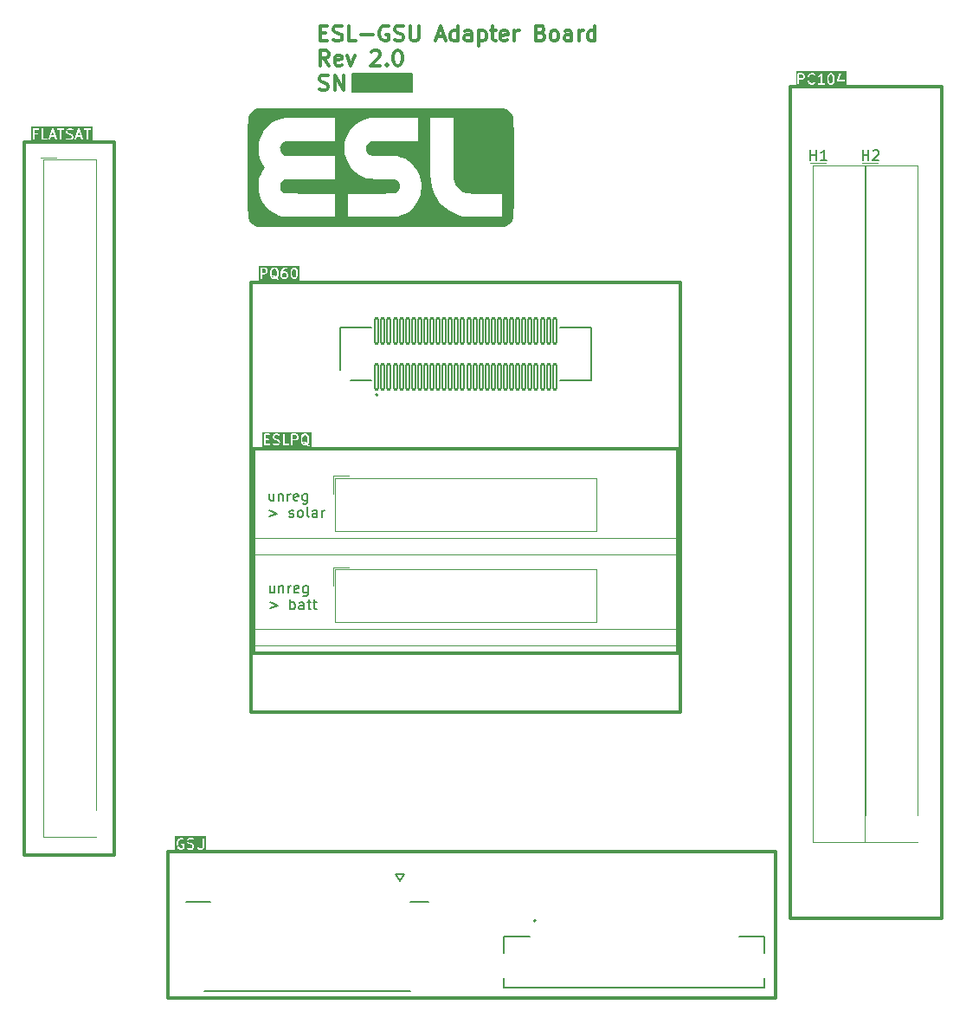
<source format=gbr>
%TF.GenerationSoftware,KiCad,Pcbnew,7.0.8*%
%TF.CreationDate,2024-04-10T10:35:42+02:00*%
%TF.ProjectId,ESLGSU_Adapter,45534c47-5355-45f4-9164-61707465722e,rev?*%
%TF.SameCoordinates,Original*%
%TF.FileFunction,Legend,Top*%
%TF.FilePolarity,Positive*%
%FSLAX46Y46*%
G04 Gerber Fmt 4.6, Leading zero omitted, Abs format (unit mm)*
G04 Created by KiCad (PCBNEW 7.0.8) date 2024-04-10 10:35:42*
%MOMM*%
%LPD*%
G01*
G04 APERTURE LIST*
G04 Aperture macros list*
%AMRoundRect*
0 Rectangle with rounded corners*
0 $1 Rounding radius*
0 $2 $3 $4 $5 $6 $7 $8 $9 X,Y pos of 4 corners*
0 Add a 4 corners polygon primitive as box body*
4,1,4,$2,$3,$4,$5,$6,$7,$8,$9,$2,$3,0*
0 Add four circle primitives for the rounded corners*
1,1,$1+$1,$2,$3*
1,1,$1+$1,$4,$5*
1,1,$1+$1,$6,$7*
1,1,$1+$1,$8,$9*
0 Add four rect primitives between the rounded corners*
20,1,$1+$1,$2,$3,$4,$5,0*
20,1,$1+$1,$4,$5,$6,$7,0*
20,1,$1+$1,$6,$7,$8,$9,0*
20,1,$1+$1,$8,$9,$2,$3,0*%
G04 Aperture macros list end*
%ADD10C,0.300000*%
%ADD11C,0.150000*%
%ADD12C,0.127000*%
%ADD13C,0.200000*%
%ADD14C,0.120000*%
%ADD15C,0.010000*%
%ADD16C,2.760000*%
%ADD17C,1.994406*%
%ADD18R,0.300000X1.200000*%
%ADD19C,3.200000*%
%ADD20R,1.700000X1.700000*%
%ADD21O,1.700000X1.700000*%
%ADD22C,2.200000*%
%ADD23C,1.150000*%
%ADD24C,0.750000*%
%ADD25RoundRect,0.102000X-0.175000X-1.225000X0.175000X-1.225000X0.175000X1.225000X-0.175000X1.225000X0*%
G04 APERTURE END LIST*
D10*
X66000000Y-66000000D02*
X108000000Y-66000000D01*
X108000000Y-108000000D01*
X66000000Y-108000000D01*
X66000000Y-66000000D01*
D11*
X75950000Y-45600000D02*
X81750000Y-45600000D01*
X81750000Y-47400000D01*
X75950000Y-47400000D01*
X75950000Y-45600000D01*
G36*
X75950000Y-45600000D02*
G01*
X81750000Y-45600000D01*
X81750000Y-47400000D01*
X75950000Y-47400000D01*
X75950000Y-45600000D01*
G37*
D10*
X118750000Y-46900000D02*
X133550000Y-46900000D01*
X133550000Y-128200000D01*
X118750000Y-128200000D01*
X118750000Y-46900000D01*
X57849000Y-121637000D02*
X117350000Y-121637000D01*
X117350000Y-135963000D01*
X57849000Y-135963000D01*
X57849000Y-121637000D01*
X66249000Y-82250000D02*
X107750000Y-82250000D01*
X107750000Y-102226000D01*
X66249000Y-102226000D01*
X66249000Y-82250000D01*
X43850000Y-52300000D02*
X52600000Y-52300000D01*
X52600000Y-121950000D01*
X43850000Y-121950000D01*
X43850000Y-52300000D01*
D11*
X120736779Y-54069819D02*
X120736779Y-53069819D01*
X120736779Y-53546009D02*
X121308207Y-53546009D01*
X121308207Y-54069819D02*
X121308207Y-53069819D01*
X122308207Y-54069819D02*
X121736779Y-54069819D01*
X122022493Y-54069819D02*
X122022493Y-53069819D01*
X122022493Y-53069819D02*
X121927255Y-53212676D01*
X121927255Y-53212676D02*
X121832017Y-53307914D01*
X121832017Y-53307914D02*
X121736779Y-53355533D01*
G36*
X71435209Y-80979077D02*
G01*
X71507151Y-81051019D01*
X71547493Y-81212386D01*
X71547493Y-81527251D01*
X71507151Y-81688617D01*
X71479635Y-81716133D01*
X71389812Y-81626309D01*
X71388330Y-81625617D01*
X71370320Y-81612260D01*
X71275082Y-81564641D01*
X71270628Y-81564128D01*
X71267193Y-81561246D01*
X71241541Y-81556723D01*
X71146303Y-81556723D01*
X71098094Y-81574270D01*
X71072442Y-81618699D01*
X71081351Y-81669223D01*
X71120651Y-81702200D01*
X71146303Y-81706723D01*
X71223836Y-81706723D01*
X71292351Y-81740980D01*
X71346190Y-81794819D01*
X71211627Y-81794819D01*
X71143111Y-81760561D01*
X71071168Y-81688617D01*
X71030827Y-81527251D01*
X71030827Y-81212386D01*
X71071168Y-81051019D01*
X71143111Y-80979077D01*
X71211627Y-80944819D01*
X71366693Y-80944819D01*
X71435209Y-80979077D01*
G37*
G36*
X70435209Y-80979077D02*
G01*
X70465616Y-81009484D01*
X70499874Y-81078000D01*
X70499874Y-81185447D01*
X70465616Y-81253963D01*
X70435209Y-81284370D01*
X70366693Y-81318628D01*
X70078446Y-81318628D01*
X70078446Y-80944819D01*
X70366693Y-80944819D01*
X70435209Y-80979077D01*
G37*
G36*
X71887834Y-82180861D02*
G01*
X67118922Y-82180861D01*
X67118922Y-81869819D01*
X67261779Y-81869819D01*
X67268442Y-81888127D01*
X67271827Y-81907319D01*
X67277011Y-81911669D01*
X67279326Y-81918028D01*
X67296199Y-81927770D01*
X67311127Y-81940296D01*
X67320869Y-81942013D01*
X67323755Y-81943680D01*
X67327037Y-81943101D01*
X67336779Y-81944819D01*
X67812969Y-81944819D01*
X67861178Y-81927272D01*
X67886830Y-81882843D01*
X67877921Y-81832319D01*
X67838621Y-81799342D01*
X67812969Y-81794819D01*
X67411779Y-81794819D01*
X67411779Y-81421009D01*
X67670112Y-81421009D01*
X67718321Y-81403462D01*
X67743973Y-81359033D01*
X67735064Y-81308509D01*
X67695764Y-81275532D01*
X67670112Y-81271009D01*
X67411779Y-81271009D01*
X67411779Y-81155533D01*
X68118922Y-81155533D01*
X68120455Y-81159746D01*
X68119414Y-81164107D01*
X68126840Y-81189074D01*
X68174459Y-81284312D01*
X68175648Y-81285437D01*
X68188508Y-81303804D01*
X68236127Y-81351423D01*
X68237608Y-81352114D01*
X68255619Y-81365472D01*
X68350857Y-81413091D01*
X68354385Y-81413497D01*
X68366208Y-81418770D01*
X68548698Y-81464392D01*
X68625685Y-81502886D01*
X68656092Y-81533293D01*
X68690350Y-81601809D01*
X68690350Y-81661637D01*
X68656091Y-81730153D01*
X68625684Y-81760561D01*
X68557169Y-81794819D01*
X68348949Y-81794819D01*
X68217639Y-81751049D01*
X68166355Y-81752450D01*
X68127970Y-81786487D01*
X68120445Y-81837236D01*
X68147300Y-81880948D01*
X68170205Y-81893351D01*
X68313061Y-81940970D01*
X68314696Y-81940925D01*
X68336779Y-81944819D01*
X68574874Y-81944819D01*
X68579087Y-81943285D01*
X68583448Y-81944327D01*
X68608415Y-81936901D01*
X68703653Y-81889282D01*
X68704777Y-81888094D01*
X68723146Y-81875232D01*
X68728559Y-81869819D01*
X69118922Y-81869819D01*
X69125585Y-81888127D01*
X69128970Y-81907319D01*
X69134154Y-81911669D01*
X69136469Y-81918028D01*
X69153342Y-81927770D01*
X69168270Y-81940296D01*
X69178012Y-81942013D01*
X69180898Y-81943680D01*
X69184180Y-81943101D01*
X69193922Y-81944819D01*
X69670112Y-81944819D01*
X69718321Y-81927272D01*
X69743973Y-81882843D01*
X69741676Y-81869819D01*
X69928446Y-81869819D01*
X69945993Y-81918028D01*
X69990422Y-81943680D01*
X70040946Y-81934771D01*
X70073923Y-81895471D01*
X70078446Y-81869819D01*
X70078446Y-81536485D01*
X70880827Y-81536485D01*
X70882012Y-81539742D01*
X70883066Y-81554675D01*
X70930685Y-81745151D01*
X70934827Y-81751283D01*
X70935472Y-81758657D01*
X70950413Y-81779994D01*
X71045651Y-81875233D01*
X71047133Y-81875924D01*
X71065143Y-81889282D01*
X71160381Y-81936901D01*
X71164834Y-81937413D01*
X71168270Y-81940296D01*
X71193922Y-81944819D01*
X71384398Y-81944819D01*
X71388611Y-81943285D01*
X71392972Y-81944327D01*
X71417939Y-81936901D01*
X71464827Y-81913457D01*
X71521841Y-81970471D01*
X71523322Y-81971161D01*
X71541333Y-81984520D01*
X71636571Y-82032139D01*
X71687537Y-82038004D01*
X71730350Y-82009738D01*
X71744977Y-81960563D01*
X71724574Y-81913492D01*
X71703653Y-81897975D01*
X71619301Y-81855799D01*
X71585701Y-81822199D01*
X71627908Y-81779993D01*
X71631035Y-81773285D01*
X71637025Y-81768940D01*
X71647635Y-81745151D01*
X71695254Y-81554675D01*
X71694893Y-81551226D01*
X71697493Y-81536485D01*
X71697493Y-81203152D01*
X71696307Y-81199894D01*
X71695254Y-81184962D01*
X71647635Y-80994486D01*
X71643493Y-80988353D01*
X71642848Y-80980980D01*
X71627907Y-80959643D01*
X71532669Y-80864405D01*
X71531187Y-80863714D01*
X71513177Y-80850356D01*
X71417939Y-80802737D01*
X71413485Y-80802224D01*
X71410050Y-80799342D01*
X71384398Y-80794819D01*
X71193922Y-80794819D01*
X71189708Y-80796352D01*
X71185347Y-80795311D01*
X71160381Y-80802737D01*
X71065143Y-80850356D01*
X71064019Y-80851542D01*
X71045651Y-80864405D01*
X70950413Y-80959643D01*
X70947285Y-80966350D01*
X70941295Y-80970697D01*
X70930685Y-80994486D01*
X70883066Y-81184962D01*
X70883426Y-81188410D01*
X70880827Y-81203152D01*
X70880827Y-81536485D01*
X70078446Y-81536485D01*
X70078446Y-81468628D01*
X70384398Y-81468628D01*
X70388611Y-81467094D01*
X70392972Y-81468136D01*
X70417939Y-81460710D01*
X70513177Y-81413091D01*
X70514302Y-81411901D01*
X70532669Y-81399042D01*
X70580288Y-81351423D01*
X70580979Y-81349941D01*
X70594337Y-81331931D01*
X70641956Y-81236693D01*
X70642468Y-81232239D01*
X70645351Y-81228804D01*
X70649874Y-81203152D01*
X70649874Y-81060295D01*
X70648340Y-81056081D01*
X70649382Y-81051720D01*
X70641956Y-81026754D01*
X70594337Y-80931516D01*
X70593147Y-80930390D01*
X70580288Y-80912024D01*
X70532669Y-80864405D01*
X70531187Y-80863714D01*
X70513177Y-80850356D01*
X70417939Y-80802737D01*
X70413485Y-80802224D01*
X70410050Y-80799342D01*
X70384398Y-80794819D01*
X70003446Y-80794819D01*
X69985137Y-80801482D01*
X69965946Y-80804867D01*
X69961595Y-80810051D01*
X69955237Y-80812366D01*
X69945494Y-80829239D01*
X69932969Y-80844167D01*
X69931251Y-80853909D01*
X69929585Y-80856795D01*
X69930163Y-80860077D01*
X69928446Y-80869819D01*
X69928446Y-81869819D01*
X69741676Y-81869819D01*
X69735064Y-81832319D01*
X69695764Y-81799342D01*
X69670112Y-81794819D01*
X69268922Y-81794819D01*
X69268922Y-80869819D01*
X69251375Y-80821610D01*
X69206946Y-80795958D01*
X69156422Y-80804867D01*
X69123445Y-80844167D01*
X69118922Y-80869819D01*
X69118922Y-81869819D01*
X68728559Y-81869819D01*
X68770764Y-81827613D01*
X68771454Y-81826131D01*
X68784813Y-81808121D01*
X68832432Y-81712883D01*
X68832944Y-81708429D01*
X68835827Y-81704994D01*
X68840350Y-81679342D01*
X68840350Y-81584104D01*
X68838816Y-81579890D01*
X68839858Y-81575529D01*
X68832432Y-81550563D01*
X68784813Y-81455325D01*
X68783623Y-81454199D01*
X68770764Y-81435833D01*
X68723145Y-81388214D01*
X68721663Y-81387523D01*
X68703653Y-81374165D01*
X68608415Y-81326546D01*
X68604886Y-81326139D01*
X68593064Y-81320867D01*
X68410574Y-81275244D01*
X68333587Y-81236751D01*
X68303180Y-81206344D01*
X68268922Y-81137828D01*
X68268922Y-81078000D01*
X68303180Y-81009484D01*
X68333587Y-80979077D01*
X68402103Y-80944819D01*
X68610323Y-80944819D01*
X68741632Y-80988589D01*
X68792916Y-80987188D01*
X68831302Y-80953150D01*
X68838827Y-80902402D01*
X68811972Y-80858689D01*
X68789067Y-80846287D01*
X68646210Y-80798668D01*
X68644575Y-80798712D01*
X68622493Y-80794819D01*
X68384398Y-80794819D01*
X68380184Y-80796352D01*
X68375823Y-80795311D01*
X68350857Y-80802737D01*
X68255619Y-80850356D01*
X68254493Y-80851545D01*
X68236127Y-80864405D01*
X68188508Y-80912024D01*
X68187817Y-80913505D01*
X68174459Y-80931516D01*
X68126840Y-81026754D01*
X68126327Y-81031207D01*
X68123445Y-81034643D01*
X68118922Y-81060295D01*
X68118922Y-81155533D01*
X67411779Y-81155533D01*
X67411779Y-80944819D01*
X67812969Y-80944819D01*
X67861178Y-80927272D01*
X67886830Y-80882843D01*
X67877921Y-80832319D01*
X67838621Y-80799342D01*
X67812969Y-80794819D01*
X67336779Y-80794819D01*
X67318470Y-80801482D01*
X67299279Y-80804867D01*
X67294928Y-80810051D01*
X67288570Y-80812366D01*
X67278827Y-80829239D01*
X67266302Y-80844167D01*
X67264584Y-80853909D01*
X67262918Y-80856795D01*
X67263496Y-80860077D01*
X67261779Y-80869819D01*
X67261779Y-81869819D01*
X67118922Y-81869819D01*
X67118922Y-80651962D01*
X71887834Y-80651962D01*
X71887834Y-82180861D01*
G37*
G36*
X68418542Y-64729077D02*
G01*
X68490484Y-64801019D01*
X68530826Y-64962386D01*
X68530826Y-65277251D01*
X68490484Y-65438617D01*
X68462968Y-65466133D01*
X68373145Y-65376309D01*
X68371663Y-65375617D01*
X68353653Y-65362260D01*
X68258415Y-65314641D01*
X68253961Y-65314128D01*
X68250526Y-65311246D01*
X68224874Y-65306723D01*
X68129636Y-65306723D01*
X68081427Y-65324270D01*
X68055775Y-65368699D01*
X68064684Y-65419223D01*
X68103984Y-65452200D01*
X68129636Y-65456723D01*
X68207169Y-65456723D01*
X68275684Y-65490980D01*
X68329523Y-65544819D01*
X68194960Y-65544819D01*
X68126444Y-65510561D01*
X68054501Y-65438617D01*
X68014160Y-65277251D01*
X68014160Y-64962386D01*
X68054501Y-64801019D01*
X68126444Y-64729077D01*
X68194960Y-64694819D01*
X68350026Y-64694819D01*
X68418542Y-64729077D01*
G37*
G36*
X69418542Y-65110029D02*
G01*
X69448949Y-65140436D01*
X69483207Y-65208952D01*
X69483207Y-65411637D01*
X69448948Y-65480153D01*
X69418541Y-65510561D01*
X69350026Y-65544819D01*
X69194960Y-65544819D01*
X69126444Y-65510561D01*
X69096037Y-65480153D01*
X69061779Y-65411637D01*
X69061779Y-65208952D01*
X69096037Y-65140436D01*
X69126444Y-65110029D01*
X69194960Y-65075771D01*
X69350026Y-65075771D01*
X69418542Y-65110029D01*
G37*
G36*
X70323304Y-64729077D02*
G01*
X70353711Y-64759484D01*
X70392204Y-64836471D01*
X70435588Y-65010005D01*
X70435588Y-65229632D01*
X70392204Y-65403166D01*
X70353710Y-65480153D01*
X70323303Y-65510561D01*
X70254788Y-65544819D01*
X70194960Y-65544819D01*
X70126444Y-65510561D01*
X70096037Y-65480153D01*
X70057543Y-65403166D01*
X70014160Y-65229632D01*
X70014160Y-65010005D01*
X70057543Y-64836471D01*
X70096037Y-64759484D01*
X70126444Y-64729077D01*
X70194960Y-64694819D01*
X70254788Y-64694819D01*
X70323304Y-64729077D01*
G37*
G36*
X67418542Y-64729077D02*
G01*
X67448949Y-64759484D01*
X67483207Y-64828000D01*
X67483207Y-64935447D01*
X67448949Y-65003963D01*
X67418542Y-65034370D01*
X67350026Y-65068628D01*
X67061779Y-65068628D01*
X67061779Y-64694819D01*
X67350026Y-64694819D01*
X67418542Y-64729077D01*
G37*
G36*
X70728445Y-65930861D02*
G01*
X66768922Y-65930861D01*
X66768922Y-65619819D01*
X66911779Y-65619819D01*
X66929326Y-65668028D01*
X66973755Y-65693680D01*
X67024279Y-65684771D01*
X67057256Y-65645471D01*
X67061779Y-65619819D01*
X67061779Y-65286485D01*
X67864160Y-65286485D01*
X67865345Y-65289742D01*
X67866399Y-65304675D01*
X67914018Y-65495151D01*
X67918160Y-65501283D01*
X67918805Y-65508657D01*
X67933746Y-65529994D01*
X68028984Y-65625233D01*
X68030466Y-65625924D01*
X68048476Y-65639282D01*
X68143714Y-65686901D01*
X68148167Y-65687413D01*
X68151603Y-65690296D01*
X68177255Y-65694819D01*
X68367731Y-65694819D01*
X68371944Y-65693285D01*
X68376305Y-65694327D01*
X68401272Y-65686901D01*
X68448160Y-65663457D01*
X68505174Y-65720471D01*
X68506655Y-65721161D01*
X68524666Y-65734520D01*
X68619904Y-65782139D01*
X68670870Y-65788004D01*
X68713683Y-65759738D01*
X68728310Y-65710563D01*
X68707907Y-65663492D01*
X68686986Y-65647975D01*
X68602634Y-65605799D01*
X68569034Y-65572199D01*
X68611241Y-65529993D01*
X68614368Y-65523285D01*
X68620358Y-65518940D01*
X68630968Y-65495151D01*
X68647420Y-65429342D01*
X68911779Y-65429342D01*
X68913312Y-65433555D01*
X68912271Y-65437916D01*
X68919697Y-65462883D01*
X68967316Y-65558121D01*
X68968504Y-65559246D01*
X68981364Y-65577612D01*
X69028983Y-65625232D01*
X69030464Y-65625922D01*
X69048476Y-65639282D01*
X69143714Y-65686901D01*
X69148167Y-65687413D01*
X69151603Y-65690296D01*
X69177255Y-65694819D01*
X69367731Y-65694819D01*
X69371944Y-65693285D01*
X69376305Y-65694327D01*
X69401272Y-65686901D01*
X69496510Y-65639282D01*
X69497634Y-65638094D01*
X69516003Y-65625232D01*
X69563621Y-65577613D01*
X69564311Y-65576131D01*
X69577670Y-65558121D01*
X69625289Y-65462883D01*
X69625801Y-65458429D01*
X69628684Y-65454994D01*
X69633207Y-65429342D01*
X69633207Y-65238866D01*
X69864160Y-65238866D01*
X69865345Y-65242123D01*
X69866399Y-65257056D01*
X69914018Y-65447532D01*
X69916006Y-65450476D01*
X69919697Y-65462883D01*
X69967316Y-65558121D01*
X69968504Y-65559246D01*
X69981364Y-65577612D01*
X70028983Y-65625232D01*
X70030464Y-65625922D01*
X70048476Y-65639282D01*
X70143714Y-65686901D01*
X70148167Y-65687413D01*
X70151603Y-65690296D01*
X70177255Y-65694819D01*
X70272493Y-65694819D01*
X70276706Y-65693285D01*
X70281067Y-65694327D01*
X70306034Y-65686901D01*
X70401272Y-65639282D01*
X70402396Y-65638094D01*
X70420765Y-65625232D01*
X70468383Y-65577613D01*
X70469073Y-65576131D01*
X70482432Y-65558121D01*
X70530051Y-65462883D01*
X70530457Y-65459354D01*
X70535730Y-65447532D01*
X70583349Y-65257056D01*
X70582988Y-65253607D01*
X70585588Y-65238866D01*
X70585588Y-65000771D01*
X70584402Y-64997513D01*
X70583349Y-64982581D01*
X70535730Y-64792105D01*
X70533741Y-64789160D01*
X70530051Y-64776754D01*
X70482432Y-64681516D01*
X70481242Y-64680390D01*
X70468383Y-64662024D01*
X70420764Y-64614405D01*
X70419282Y-64613714D01*
X70401272Y-64600356D01*
X70306034Y-64552737D01*
X70301580Y-64552224D01*
X70298145Y-64549342D01*
X70272493Y-64544819D01*
X70177255Y-64544819D01*
X70173041Y-64546352D01*
X70168680Y-64545311D01*
X70143714Y-64552737D01*
X70048476Y-64600356D01*
X70047350Y-64601545D01*
X70028984Y-64614405D01*
X69981365Y-64662024D01*
X69980674Y-64663505D01*
X69967316Y-64681516D01*
X69919697Y-64776754D01*
X69919290Y-64780282D01*
X69914018Y-64792105D01*
X69866399Y-64982581D01*
X69866759Y-64986029D01*
X69864160Y-65000771D01*
X69864160Y-65238866D01*
X69633207Y-65238866D01*
X69633207Y-65191247D01*
X69631673Y-65187033D01*
X69632715Y-65182672D01*
X69625289Y-65157706D01*
X69577670Y-65062468D01*
X69576480Y-65061342D01*
X69563621Y-65042976D01*
X69516002Y-64995357D01*
X69514520Y-64994666D01*
X69496510Y-64981308D01*
X69401272Y-64933689D01*
X69396818Y-64933176D01*
X69393383Y-64930294D01*
X69367731Y-64925771D01*
X69177255Y-64925771D01*
X69173041Y-64927304D01*
X69168680Y-64926263D01*
X69143714Y-64933689D01*
X69085484Y-64962804D01*
X69104008Y-64888707D01*
X69187920Y-64762838D01*
X69221682Y-64729077D01*
X69290198Y-64694819D01*
X69462969Y-64694819D01*
X69511178Y-64677272D01*
X69536830Y-64632843D01*
X69527921Y-64582319D01*
X69488621Y-64549342D01*
X69462969Y-64544819D01*
X69272493Y-64544819D01*
X69268279Y-64546352D01*
X69263918Y-64545311D01*
X69238952Y-64552737D01*
X69143714Y-64600356D01*
X69142588Y-64601545D01*
X69124222Y-64614405D01*
X69076603Y-64662024D01*
X69075126Y-64665189D01*
X69067232Y-64673454D01*
X68971994Y-64816311D01*
X68971891Y-64816732D01*
X68961637Y-64839724D01*
X68914018Y-65030200D01*
X68914378Y-65033648D01*
X68911779Y-65048390D01*
X68911779Y-65429342D01*
X68647420Y-65429342D01*
X68678587Y-65304675D01*
X68678226Y-65301226D01*
X68680826Y-65286485D01*
X68680826Y-64953152D01*
X68679640Y-64949894D01*
X68678587Y-64934962D01*
X68630968Y-64744486D01*
X68626826Y-64738353D01*
X68626181Y-64730980D01*
X68611240Y-64709643D01*
X68516002Y-64614405D01*
X68514520Y-64613714D01*
X68496510Y-64600356D01*
X68401272Y-64552737D01*
X68396818Y-64552224D01*
X68393383Y-64549342D01*
X68367731Y-64544819D01*
X68177255Y-64544819D01*
X68173041Y-64546352D01*
X68168680Y-64545311D01*
X68143714Y-64552737D01*
X68048476Y-64600356D01*
X68047352Y-64601542D01*
X68028984Y-64614405D01*
X67933746Y-64709643D01*
X67930618Y-64716350D01*
X67924628Y-64720697D01*
X67914018Y-64744486D01*
X67866399Y-64934962D01*
X67866759Y-64938410D01*
X67864160Y-64953152D01*
X67864160Y-65286485D01*
X67061779Y-65286485D01*
X67061779Y-65218628D01*
X67367731Y-65218628D01*
X67371944Y-65217094D01*
X67376305Y-65218136D01*
X67401272Y-65210710D01*
X67496510Y-65163091D01*
X67497635Y-65161901D01*
X67516002Y-65149042D01*
X67563621Y-65101423D01*
X67564312Y-65099941D01*
X67577670Y-65081931D01*
X67625289Y-64986693D01*
X67625801Y-64982239D01*
X67628684Y-64978804D01*
X67633207Y-64953152D01*
X67633207Y-64810295D01*
X67631673Y-64806081D01*
X67632715Y-64801720D01*
X67625289Y-64776754D01*
X67577670Y-64681516D01*
X67576480Y-64680390D01*
X67563621Y-64662024D01*
X67516002Y-64614405D01*
X67514520Y-64613714D01*
X67496510Y-64600356D01*
X67401272Y-64552737D01*
X67396818Y-64552224D01*
X67393383Y-64549342D01*
X67367731Y-64544819D01*
X66986779Y-64544819D01*
X66968470Y-64551482D01*
X66949279Y-64554867D01*
X66944928Y-64560051D01*
X66938570Y-64562366D01*
X66928827Y-64579239D01*
X66916302Y-64594167D01*
X66914584Y-64603909D01*
X66912918Y-64606795D01*
X66913496Y-64610077D01*
X66911779Y-64619819D01*
X66911779Y-65619819D01*
X66768922Y-65619819D01*
X66768922Y-64401962D01*
X70728445Y-64401962D01*
X70728445Y-65930861D01*
G37*
X125836779Y-54069819D02*
X125836779Y-53069819D01*
X125836779Y-53546009D02*
X126408207Y-53546009D01*
X126408207Y-54069819D02*
X126408207Y-53069819D01*
X126836779Y-53165057D02*
X126884398Y-53117438D01*
X126884398Y-53117438D02*
X126979636Y-53069819D01*
X126979636Y-53069819D02*
X127217731Y-53069819D01*
X127217731Y-53069819D02*
X127312969Y-53117438D01*
X127312969Y-53117438D02*
X127360588Y-53165057D01*
X127360588Y-53165057D02*
X127408207Y-53260295D01*
X127408207Y-53260295D02*
X127408207Y-53355533D01*
X127408207Y-53355533D02*
X127360588Y-53498390D01*
X127360588Y-53498390D02*
X126789160Y-54069819D01*
X126789160Y-54069819D02*
X127408207Y-54069819D01*
D10*
X72779510Y-41635114D02*
X73279510Y-41635114D01*
X73493796Y-42420828D02*
X72779510Y-42420828D01*
X72779510Y-42420828D02*
X72779510Y-40920828D01*
X72779510Y-40920828D02*
X73493796Y-40920828D01*
X74065225Y-42349400D02*
X74279511Y-42420828D01*
X74279511Y-42420828D02*
X74636653Y-42420828D01*
X74636653Y-42420828D02*
X74779511Y-42349400D01*
X74779511Y-42349400D02*
X74850939Y-42277971D01*
X74850939Y-42277971D02*
X74922368Y-42135114D01*
X74922368Y-42135114D02*
X74922368Y-41992257D01*
X74922368Y-41992257D02*
X74850939Y-41849400D01*
X74850939Y-41849400D02*
X74779511Y-41777971D01*
X74779511Y-41777971D02*
X74636653Y-41706542D01*
X74636653Y-41706542D02*
X74350939Y-41635114D01*
X74350939Y-41635114D02*
X74208082Y-41563685D01*
X74208082Y-41563685D02*
X74136653Y-41492257D01*
X74136653Y-41492257D02*
X74065225Y-41349400D01*
X74065225Y-41349400D02*
X74065225Y-41206542D01*
X74065225Y-41206542D02*
X74136653Y-41063685D01*
X74136653Y-41063685D02*
X74208082Y-40992257D01*
X74208082Y-40992257D02*
X74350939Y-40920828D01*
X74350939Y-40920828D02*
X74708082Y-40920828D01*
X74708082Y-40920828D02*
X74922368Y-40992257D01*
X76279510Y-42420828D02*
X75565224Y-42420828D01*
X75565224Y-42420828D02*
X75565224Y-40920828D01*
X76779510Y-41849400D02*
X77922368Y-41849400D01*
X79422368Y-40992257D02*
X79279511Y-40920828D01*
X79279511Y-40920828D02*
X79065225Y-40920828D01*
X79065225Y-40920828D02*
X78850939Y-40992257D01*
X78850939Y-40992257D02*
X78708082Y-41135114D01*
X78708082Y-41135114D02*
X78636653Y-41277971D01*
X78636653Y-41277971D02*
X78565225Y-41563685D01*
X78565225Y-41563685D02*
X78565225Y-41777971D01*
X78565225Y-41777971D02*
X78636653Y-42063685D01*
X78636653Y-42063685D02*
X78708082Y-42206542D01*
X78708082Y-42206542D02*
X78850939Y-42349400D01*
X78850939Y-42349400D02*
X79065225Y-42420828D01*
X79065225Y-42420828D02*
X79208082Y-42420828D01*
X79208082Y-42420828D02*
X79422368Y-42349400D01*
X79422368Y-42349400D02*
X79493796Y-42277971D01*
X79493796Y-42277971D02*
X79493796Y-41777971D01*
X79493796Y-41777971D02*
X79208082Y-41777971D01*
X80065225Y-42349400D02*
X80279511Y-42420828D01*
X80279511Y-42420828D02*
X80636653Y-42420828D01*
X80636653Y-42420828D02*
X80779511Y-42349400D01*
X80779511Y-42349400D02*
X80850939Y-42277971D01*
X80850939Y-42277971D02*
X80922368Y-42135114D01*
X80922368Y-42135114D02*
X80922368Y-41992257D01*
X80922368Y-41992257D02*
X80850939Y-41849400D01*
X80850939Y-41849400D02*
X80779511Y-41777971D01*
X80779511Y-41777971D02*
X80636653Y-41706542D01*
X80636653Y-41706542D02*
X80350939Y-41635114D01*
X80350939Y-41635114D02*
X80208082Y-41563685D01*
X80208082Y-41563685D02*
X80136653Y-41492257D01*
X80136653Y-41492257D02*
X80065225Y-41349400D01*
X80065225Y-41349400D02*
X80065225Y-41206542D01*
X80065225Y-41206542D02*
X80136653Y-41063685D01*
X80136653Y-41063685D02*
X80208082Y-40992257D01*
X80208082Y-40992257D02*
X80350939Y-40920828D01*
X80350939Y-40920828D02*
X80708082Y-40920828D01*
X80708082Y-40920828D02*
X80922368Y-40992257D01*
X81565224Y-40920828D02*
X81565224Y-42135114D01*
X81565224Y-42135114D02*
X81636653Y-42277971D01*
X81636653Y-42277971D02*
X81708082Y-42349400D01*
X81708082Y-42349400D02*
X81850939Y-42420828D01*
X81850939Y-42420828D02*
X82136653Y-42420828D01*
X82136653Y-42420828D02*
X82279510Y-42349400D01*
X82279510Y-42349400D02*
X82350939Y-42277971D01*
X82350939Y-42277971D02*
X82422367Y-42135114D01*
X82422367Y-42135114D02*
X82422367Y-40920828D01*
X84208082Y-41992257D02*
X84922368Y-41992257D01*
X84065225Y-42420828D02*
X84565225Y-40920828D01*
X84565225Y-40920828D02*
X85065225Y-42420828D01*
X86208082Y-42420828D02*
X86208082Y-40920828D01*
X86208082Y-42349400D02*
X86065224Y-42420828D01*
X86065224Y-42420828D02*
X85779510Y-42420828D01*
X85779510Y-42420828D02*
X85636653Y-42349400D01*
X85636653Y-42349400D02*
X85565224Y-42277971D01*
X85565224Y-42277971D02*
X85493796Y-42135114D01*
X85493796Y-42135114D02*
X85493796Y-41706542D01*
X85493796Y-41706542D02*
X85565224Y-41563685D01*
X85565224Y-41563685D02*
X85636653Y-41492257D01*
X85636653Y-41492257D02*
X85779510Y-41420828D01*
X85779510Y-41420828D02*
X86065224Y-41420828D01*
X86065224Y-41420828D02*
X86208082Y-41492257D01*
X87565225Y-42420828D02*
X87565225Y-41635114D01*
X87565225Y-41635114D02*
X87493796Y-41492257D01*
X87493796Y-41492257D02*
X87350939Y-41420828D01*
X87350939Y-41420828D02*
X87065225Y-41420828D01*
X87065225Y-41420828D02*
X86922367Y-41492257D01*
X87565225Y-42349400D02*
X87422367Y-42420828D01*
X87422367Y-42420828D02*
X87065225Y-42420828D01*
X87065225Y-42420828D02*
X86922367Y-42349400D01*
X86922367Y-42349400D02*
X86850939Y-42206542D01*
X86850939Y-42206542D02*
X86850939Y-42063685D01*
X86850939Y-42063685D02*
X86922367Y-41920828D01*
X86922367Y-41920828D02*
X87065225Y-41849400D01*
X87065225Y-41849400D02*
X87422367Y-41849400D01*
X87422367Y-41849400D02*
X87565225Y-41777971D01*
X88279510Y-41420828D02*
X88279510Y-42920828D01*
X88279510Y-41492257D02*
X88422368Y-41420828D01*
X88422368Y-41420828D02*
X88708082Y-41420828D01*
X88708082Y-41420828D02*
X88850939Y-41492257D01*
X88850939Y-41492257D02*
X88922368Y-41563685D01*
X88922368Y-41563685D02*
X88993796Y-41706542D01*
X88993796Y-41706542D02*
X88993796Y-42135114D01*
X88993796Y-42135114D02*
X88922368Y-42277971D01*
X88922368Y-42277971D02*
X88850939Y-42349400D01*
X88850939Y-42349400D02*
X88708082Y-42420828D01*
X88708082Y-42420828D02*
X88422368Y-42420828D01*
X88422368Y-42420828D02*
X88279510Y-42349400D01*
X89422368Y-41420828D02*
X89993796Y-41420828D01*
X89636653Y-40920828D02*
X89636653Y-42206542D01*
X89636653Y-42206542D02*
X89708082Y-42349400D01*
X89708082Y-42349400D02*
X89850939Y-42420828D01*
X89850939Y-42420828D02*
X89993796Y-42420828D01*
X91065225Y-42349400D02*
X90922368Y-42420828D01*
X90922368Y-42420828D02*
X90636654Y-42420828D01*
X90636654Y-42420828D02*
X90493796Y-42349400D01*
X90493796Y-42349400D02*
X90422368Y-42206542D01*
X90422368Y-42206542D02*
X90422368Y-41635114D01*
X90422368Y-41635114D02*
X90493796Y-41492257D01*
X90493796Y-41492257D02*
X90636654Y-41420828D01*
X90636654Y-41420828D02*
X90922368Y-41420828D01*
X90922368Y-41420828D02*
X91065225Y-41492257D01*
X91065225Y-41492257D02*
X91136654Y-41635114D01*
X91136654Y-41635114D02*
X91136654Y-41777971D01*
X91136654Y-41777971D02*
X90422368Y-41920828D01*
X91779510Y-42420828D02*
X91779510Y-41420828D01*
X91779510Y-41706542D02*
X91850939Y-41563685D01*
X91850939Y-41563685D02*
X91922368Y-41492257D01*
X91922368Y-41492257D02*
X92065225Y-41420828D01*
X92065225Y-41420828D02*
X92208082Y-41420828D01*
X94350938Y-41635114D02*
X94565224Y-41706542D01*
X94565224Y-41706542D02*
X94636653Y-41777971D01*
X94636653Y-41777971D02*
X94708081Y-41920828D01*
X94708081Y-41920828D02*
X94708081Y-42135114D01*
X94708081Y-42135114D02*
X94636653Y-42277971D01*
X94636653Y-42277971D02*
X94565224Y-42349400D01*
X94565224Y-42349400D02*
X94422367Y-42420828D01*
X94422367Y-42420828D02*
X93850938Y-42420828D01*
X93850938Y-42420828D02*
X93850938Y-40920828D01*
X93850938Y-40920828D02*
X94350938Y-40920828D01*
X94350938Y-40920828D02*
X94493796Y-40992257D01*
X94493796Y-40992257D02*
X94565224Y-41063685D01*
X94565224Y-41063685D02*
X94636653Y-41206542D01*
X94636653Y-41206542D02*
X94636653Y-41349400D01*
X94636653Y-41349400D02*
X94565224Y-41492257D01*
X94565224Y-41492257D02*
X94493796Y-41563685D01*
X94493796Y-41563685D02*
X94350938Y-41635114D01*
X94350938Y-41635114D02*
X93850938Y-41635114D01*
X95565224Y-42420828D02*
X95422367Y-42349400D01*
X95422367Y-42349400D02*
X95350938Y-42277971D01*
X95350938Y-42277971D02*
X95279510Y-42135114D01*
X95279510Y-42135114D02*
X95279510Y-41706542D01*
X95279510Y-41706542D02*
X95350938Y-41563685D01*
X95350938Y-41563685D02*
X95422367Y-41492257D01*
X95422367Y-41492257D02*
X95565224Y-41420828D01*
X95565224Y-41420828D02*
X95779510Y-41420828D01*
X95779510Y-41420828D02*
X95922367Y-41492257D01*
X95922367Y-41492257D02*
X95993796Y-41563685D01*
X95993796Y-41563685D02*
X96065224Y-41706542D01*
X96065224Y-41706542D02*
X96065224Y-42135114D01*
X96065224Y-42135114D02*
X95993796Y-42277971D01*
X95993796Y-42277971D02*
X95922367Y-42349400D01*
X95922367Y-42349400D02*
X95779510Y-42420828D01*
X95779510Y-42420828D02*
X95565224Y-42420828D01*
X97350939Y-42420828D02*
X97350939Y-41635114D01*
X97350939Y-41635114D02*
X97279510Y-41492257D01*
X97279510Y-41492257D02*
X97136653Y-41420828D01*
X97136653Y-41420828D02*
X96850939Y-41420828D01*
X96850939Y-41420828D02*
X96708081Y-41492257D01*
X97350939Y-42349400D02*
X97208081Y-42420828D01*
X97208081Y-42420828D02*
X96850939Y-42420828D01*
X96850939Y-42420828D02*
X96708081Y-42349400D01*
X96708081Y-42349400D02*
X96636653Y-42206542D01*
X96636653Y-42206542D02*
X96636653Y-42063685D01*
X96636653Y-42063685D02*
X96708081Y-41920828D01*
X96708081Y-41920828D02*
X96850939Y-41849400D01*
X96850939Y-41849400D02*
X97208081Y-41849400D01*
X97208081Y-41849400D02*
X97350939Y-41777971D01*
X98065224Y-42420828D02*
X98065224Y-41420828D01*
X98065224Y-41706542D02*
X98136653Y-41563685D01*
X98136653Y-41563685D02*
X98208082Y-41492257D01*
X98208082Y-41492257D02*
X98350939Y-41420828D01*
X98350939Y-41420828D02*
X98493796Y-41420828D01*
X99636653Y-42420828D02*
X99636653Y-40920828D01*
X99636653Y-42349400D02*
X99493795Y-42420828D01*
X99493795Y-42420828D02*
X99208081Y-42420828D01*
X99208081Y-42420828D02*
X99065224Y-42349400D01*
X99065224Y-42349400D02*
X98993795Y-42277971D01*
X98993795Y-42277971D02*
X98922367Y-42135114D01*
X98922367Y-42135114D02*
X98922367Y-41706542D01*
X98922367Y-41706542D02*
X98993795Y-41563685D01*
X98993795Y-41563685D02*
X99065224Y-41492257D01*
X99065224Y-41492257D02*
X99208081Y-41420828D01*
X99208081Y-41420828D02*
X99493795Y-41420828D01*
X99493795Y-41420828D02*
X99636653Y-41492257D01*
X73636653Y-44835828D02*
X73136653Y-44121542D01*
X72779510Y-44835828D02*
X72779510Y-43335828D01*
X72779510Y-43335828D02*
X73350939Y-43335828D01*
X73350939Y-43335828D02*
X73493796Y-43407257D01*
X73493796Y-43407257D02*
X73565225Y-43478685D01*
X73565225Y-43478685D02*
X73636653Y-43621542D01*
X73636653Y-43621542D02*
X73636653Y-43835828D01*
X73636653Y-43835828D02*
X73565225Y-43978685D01*
X73565225Y-43978685D02*
X73493796Y-44050114D01*
X73493796Y-44050114D02*
X73350939Y-44121542D01*
X73350939Y-44121542D02*
X72779510Y-44121542D01*
X74850939Y-44764400D02*
X74708082Y-44835828D01*
X74708082Y-44835828D02*
X74422368Y-44835828D01*
X74422368Y-44835828D02*
X74279510Y-44764400D01*
X74279510Y-44764400D02*
X74208082Y-44621542D01*
X74208082Y-44621542D02*
X74208082Y-44050114D01*
X74208082Y-44050114D02*
X74279510Y-43907257D01*
X74279510Y-43907257D02*
X74422368Y-43835828D01*
X74422368Y-43835828D02*
X74708082Y-43835828D01*
X74708082Y-43835828D02*
X74850939Y-43907257D01*
X74850939Y-43907257D02*
X74922368Y-44050114D01*
X74922368Y-44050114D02*
X74922368Y-44192971D01*
X74922368Y-44192971D02*
X74208082Y-44335828D01*
X75422367Y-43835828D02*
X75779510Y-44835828D01*
X75779510Y-44835828D02*
X76136653Y-43835828D01*
X77779510Y-43478685D02*
X77850938Y-43407257D01*
X77850938Y-43407257D02*
X77993796Y-43335828D01*
X77993796Y-43335828D02*
X78350938Y-43335828D01*
X78350938Y-43335828D02*
X78493796Y-43407257D01*
X78493796Y-43407257D02*
X78565224Y-43478685D01*
X78565224Y-43478685D02*
X78636653Y-43621542D01*
X78636653Y-43621542D02*
X78636653Y-43764400D01*
X78636653Y-43764400D02*
X78565224Y-43978685D01*
X78565224Y-43978685D02*
X77708081Y-44835828D01*
X77708081Y-44835828D02*
X78636653Y-44835828D01*
X79279509Y-44692971D02*
X79350938Y-44764400D01*
X79350938Y-44764400D02*
X79279509Y-44835828D01*
X79279509Y-44835828D02*
X79208081Y-44764400D01*
X79208081Y-44764400D02*
X79279509Y-44692971D01*
X79279509Y-44692971D02*
X79279509Y-44835828D01*
X80279510Y-43335828D02*
X80422367Y-43335828D01*
X80422367Y-43335828D02*
X80565224Y-43407257D01*
X80565224Y-43407257D02*
X80636653Y-43478685D01*
X80636653Y-43478685D02*
X80708081Y-43621542D01*
X80708081Y-43621542D02*
X80779510Y-43907257D01*
X80779510Y-43907257D02*
X80779510Y-44264400D01*
X80779510Y-44264400D02*
X80708081Y-44550114D01*
X80708081Y-44550114D02*
X80636653Y-44692971D01*
X80636653Y-44692971D02*
X80565224Y-44764400D01*
X80565224Y-44764400D02*
X80422367Y-44835828D01*
X80422367Y-44835828D02*
X80279510Y-44835828D01*
X80279510Y-44835828D02*
X80136653Y-44764400D01*
X80136653Y-44764400D02*
X80065224Y-44692971D01*
X80065224Y-44692971D02*
X79993795Y-44550114D01*
X79993795Y-44550114D02*
X79922367Y-44264400D01*
X79922367Y-44264400D02*
X79922367Y-43907257D01*
X79922367Y-43907257D02*
X79993795Y-43621542D01*
X79993795Y-43621542D02*
X80065224Y-43478685D01*
X80065224Y-43478685D02*
X80136653Y-43407257D01*
X80136653Y-43407257D02*
X80279510Y-43335828D01*
X72708082Y-47179400D02*
X72922368Y-47250828D01*
X72922368Y-47250828D02*
X73279510Y-47250828D01*
X73279510Y-47250828D02*
X73422368Y-47179400D01*
X73422368Y-47179400D02*
X73493796Y-47107971D01*
X73493796Y-47107971D02*
X73565225Y-46965114D01*
X73565225Y-46965114D02*
X73565225Y-46822257D01*
X73565225Y-46822257D02*
X73493796Y-46679400D01*
X73493796Y-46679400D02*
X73422368Y-46607971D01*
X73422368Y-46607971D02*
X73279510Y-46536542D01*
X73279510Y-46536542D02*
X72993796Y-46465114D01*
X72993796Y-46465114D02*
X72850939Y-46393685D01*
X72850939Y-46393685D02*
X72779510Y-46322257D01*
X72779510Y-46322257D02*
X72708082Y-46179400D01*
X72708082Y-46179400D02*
X72708082Y-46036542D01*
X72708082Y-46036542D02*
X72779510Y-45893685D01*
X72779510Y-45893685D02*
X72850939Y-45822257D01*
X72850939Y-45822257D02*
X72993796Y-45750828D01*
X72993796Y-45750828D02*
X73350939Y-45750828D01*
X73350939Y-45750828D02*
X73565225Y-45822257D01*
X74208081Y-47250828D02*
X74208081Y-45750828D01*
X74208081Y-45750828D02*
X75065224Y-47250828D01*
X75065224Y-47250828D02*
X75065224Y-45750828D01*
D11*
X68215350Y-86693152D02*
X68215350Y-87359819D01*
X67786779Y-86693152D02*
X67786779Y-87216961D01*
X67786779Y-87216961D02*
X67834398Y-87312200D01*
X67834398Y-87312200D02*
X67929636Y-87359819D01*
X67929636Y-87359819D02*
X68072493Y-87359819D01*
X68072493Y-87359819D02*
X68167731Y-87312200D01*
X68167731Y-87312200D02*
X68215350Y-87264580D01*
X68691541Y-86693152D02*
X68691541Y-87359819D01*
X68691541Y-86788390D02*
X68739160Y-86740771D01*
X68739160Y-86740771D02*
X68834398Y-86693152D01*
X68834398Y-86693152D02*
X68977255Y-86693152D01*
X68977255Y-86693152D02*
X69072493Y-86740771D01*
X69072493Y-86740771D02*
X69120112Y-86836009D01*
X69120112Y-86836009D02*
X69120112Y-87359819D01*
X69596303Y-87359819D02*
X69596303Y-86693152D01*
X69596303Y-86883628D02*
X69643922Y-86788390D01*
X69643922Y-86788390D02*
X69691541Y-86740771D01*
X69691541Y-86740771D02*
X69786779Y-86693152D01*
X69786779Y-86693152D02*
X69882017Y-86693152D01*
X70596303Y-87312200D02*
X70501065Y-87359819D01*
X70501065Y-87359819D02*
X70310589Y-87359819D01*
X70310589Y-87359819D02*
X70215351Y-87312200D01*
X70215351Y-87312200D02*
X70167732Y-87216961D01*
X70167732Y-87216961D02*
X70167732Y-86836009D01*
X70167732Y-86836009D02*
X70215351Y-86740771D01*
X70215351Y-86740771D02*
X70310589Y-86693152D01*
X70310589Y-86693152D02*
X70501065Y-86693152D01*
X70501065Y-86693152D02*
X70596303Y-86740771D01*
X70596303Y-86740771D02*
X70643922Y-86836009D01*
X70643922Y-86836009D02*
X70643922Y-86931247D01*
X70643922Y-86931247D02*
X70167732Y-87026485D01*
X71501065Y-86693152D02*
X71501065Y-87502676D01*
X71501065Y-87502676D02*
X71453446Y-87597914D01*
X71453446Y-87597914D02*
X71405827Y-87645533D01*
X71405827Y-87645533D02*
X71310589Y-87693152D01*
X71310589Y-87693152D02*
X71167732Y-87693152D01*
X71167732Y-87693152D02*
X71072494Y-87645533D01*
X71501065Y-87312200D02*
X71405827Y-87359819D01*
X71405827Y-87359819D02*
X71215351Y-87359819D01*
X71215351Y-87359819D02*
X71120113Y-87312200D01*
X71120113Y-87312200D02*
X71072494Y-87264580D01*
X71072494Y-87264580D02*
X71024875Y-87169342D01*
X71024875Y-87169342D02*
X71024875Y-86883628D01*
X71024875Y-86883628D02*
X71072494Y-86788390D01*
X71072494Y-86788390D02*
X71120113Y-86740771D01*
X71120113Y-86740771D02*
X71215351Y-86693152D01*
X71215351Y-86693152D02*
X71405827Y-86693152D01*
X71405827Y-86693152D02*
X71501065Y-86740771D01*
X67786779Y-88303152D02*
X68548684Y-88588866D01*
X68548684Y-88588866D02*
X67786779Y-88874580D01*
X69739160Y-88922200D02*
X69834398Y-88969819D01*
X69834398Y-88969819D02*
X70024874Y-88969819D01*
X70024874Y-88969819D02*
X70120112Y-88922200D01*
X70120112Y-88922200D02*
X70167731Y-88826961D01*
X70167731Y-88826961D02*
X70167731Y-88779342D01*
X70167731Y-88779342D02*
X70120112Y-88684104D01*
X70120112Y-88684104D02*
X70024874Y-88636485D01*
X70024874Y-88636485D02*
X69882017Y-88636485D01*
X69882017Y-88636485D02*
X69786779Y-88588866D01*
X69786779Y-88588866D02*
X69739160Y-88493628D01*
X69739160Y-88493628D02*
X69739160Y-88446009D01*
X69739160Y-88446009D02*
X69786779Y-88350771D01*
X69786779Y-88350771D02*
X69882017Y-88303152D01*
X69882017Y-88303152D02*
X70024874Y-88303152D01*
X70024874Y-88303152D02*
X70120112Y-88350771D01*
X70739160Y-88969819D02*
X70643922Y-88922200D01*
X70643922Y-88922200D02*
X70596303Y-88874580D01*
X70596303Y-88874580D02*
X70548684Y-88779342D01*
X70548684Y-88779342D02*
X70548684Y-88493628D01*
X70548684Y-88493628D02*
X70596303Y-88398390D01*
X70596303Y-88398390D02*
X70643922Y-88350771D01*
X70643922Y-88350771D02*
X70739160Y-88303152D01*
X70739160Y-88303152D02*
X70882017Y-88303152D01*
X70882017Y-88303152D02*
X70977255Y-88350771D01*
X70977255Y-88350771D02*
X71024874Y-88398390D01*
X71024874Y-88398390D02*
X71072493Y-88493628D01*
X71072493Y-88493628D02*
X71072493Y-88779342D01*
X71072493Y-88779342D02*
X71024874Y-88874580D01*
X71024874Y-88874580D02*
X70977255Y-88922200D01*
X70977255Y-88922200D02*
X70882017Y-88969819D01*
X70882017Y-88969819D02*
X70739160Y-88969819D01*
X71643922Y-88969819D02*
X71548684Y-88922200D01*
X71548684Y-88922200D02*
X71501065Y-88826961D01*
X71501065Y-88826961D02*
X71501065Y-87969819D01*
X72453446Y-88969819D02*
X72453446Y-88446009D01*
X72453446Y-88446009D02*
X72405827Y-88350771D01*
X72405827Y-88350771D02*
X72310589Y-88303152D01*
X72310589Y-88303152D02*
X72120113Y-88303152D01*
X72120113Y-88303152D02*
X72024875Y-88350771D01*
X72453446Y-88922200D02*
X72358208Y-88969819D01*
X72358208Y-88969819D02*
X72120113Y-88969819D01*
X72120113Y-88969819D02*
X72024875Y-88922200D01*
X72024875Y-88922200D02*
X71977256Y-88826961D01*
X71977256Y-88826961D02*
X71977256Y-88731723D01*
X71977256Y-88731723D02*
X72024875Y-88636485D01*
X72024875Y-88636485D02*
X72120113Y-88588866D01*
X72120113Y-88588866D02*
X72358208Y-88588866D01*
X72358208Y-88588866D02*
X72453446Y-88541247D01*
X72929637Y-88969819D02*
X72929637Y-88303152D01*
X72929637Y-88493628D02*
X72977256Y-88398390D01*
X72977256Y-88398390D02*
X73024875Y-88350771D01*
X73024875Y-88350771D02*
X73120113Y-88303152D01*
X73120113Y-88303152D02*
X73215351Y-88303152D01*
G36*
X122825685Y-45729077D02*
G01*
X122856092Y-45759484D01*
X122894585Y-45836471D01*
X122937969Y-46010005D01*
X122937969Y-46229632D01*
X122894585Y-46403166D01*
X122856091Y-46480153D01*
X122825684Y-46510561D01*
X122757169Y-46544819D01*
X122697341Y-46544819D01*
X122628825Y-46510561D01*
X122598418Y-46480153D01*
X122559924Y-46403166D01*
X122516541Y-46229632D01*
X122516541Y-46010005D01*
X122559924Y-45836471D01*
X122598418Y-45759484D01*
X122628825Y-45729077D01*
X122697341Y-45694819D01*
X122757169Y-45694819D01*
X122825685Y-45729077D01*
G37*
G36*
X119968542Y-45729077D02*
G01*
X119998949Y-45759484D01*
X120033207Y-45828000D01*
X120033207Y-45935447D01*
X119998949Y-46003963D01*
X119968542Y-46034370D01*
X119900026Y-46068628D01*
X119611779Y-46068628D01*
X119611779Y-45694819D01*
X119900026Y-45694819D01*
X119968542Y-45729077D01*
G37*
G36*
X124229687Y-46837676D02*
G01*
X119318922Y-46837676D01*
X119318922Y-46619819D01*
X119461779Y-46619819D01*
X119479326Y-46668028D01*
X119523755Y-46693680D01*
X119574279Y-46684771D01*
X119607256Y-46645471D01*
X119611779Y-46619819D01*
X119611779Y-46218628D01*
X119917731Y-46218628D01*
X119921944Y-46217094D01*
X119926305Y-46218136D01*
X119951272Y-46210710D01*
X119990198Y-46191247D01*
X120414160Y-46191247D01*
X120415345Y-46194504D01*
X120416399Y-46209437D01*
X120464018Y-46399913D01*
X120466006Y-46402857D01*
X120469697Y-46415264D01*
X120517316Y-46510502D01*
X120518502Y-46511625D01*
X120531365Y-46529994D01*
X120626603Y-46625233D01*
X120630667Y-46627128D01*
X120633014Y-46630948D01*
X120655919Y-46643351D01*
X120798775Y-46690970D01*
X120800410Y-46690925D01*
X120822493Y-46694819D01*
X120917731Y-46694819D01*
X120919269Y-46694258D01*
X120941448Y-46690970D01*
X121084305Y-46643351D01*
X121087816Y-46640563D01*
X121092285Y-46640173D01*
X121113622Y-46625232D01*
X121132059Y-46606795D01*
X121415299Y-46606795D01*
X121424208Y-46657319D01*
X121463508Y-46690296D01*
X121489160Y-46694819D01*
X122060588Y-46694819D01*
X122108797Y-46677272D01*
X122134449Y-46632843D01*
X122125540Y-46582319D01*
X122086240Y-46549342D01*
X122060588Y-46544819D01*
X121849874Y-46544819D01*
X121849874Y-46238866D01*
X122366541Y-46238866D01*
X122367726Y-46242123D01*
X122368780Y-46257056D01*
X122416399Y-46447532D01*
X122418387Y-46450476D01*
X122422078Y-46462883D01*
X122469697Y-46558121D01*
X122470885Y-46559246D01*
X122483745Y-46577612D01*
X122531364Y-46625232D01*
X122532845Y-46625922D01*
X122550857Y-46639282D01*
X122646095Y-46686901D01*
X122650548Y-46687413D01*
X122653984Y-46690296D01*
X122679636Y-46694819D01*
X122774874Y-46694819D01*
X122779087Y-46693285D01*
X122783448Y-46694327D01*
X122808415Y-46686901D01*
X122903653Y-46639282D01*
X122904777Y-46638094D01*
X122923146Y-46625232D01*
X122970764Y-46577613D01*
X122971454Y-46576131D01*
X122984813Y-46558121D01*
X123032432Y-46462883D01*
X123032838Y-46459354D01*
X123038111Y-46447532D01*
X123081629Y-46273461D01*
X123320061Y-46273461D01*
X123323613Y-46293607D01*
X123324172Y-46314052D01*
X123327974Y-46318340D01*
X123328970Y-46323985D01*
X123344637Y-46337131D01*
X123358209Y-46352437D01*
X123363879Y-46353277D01*
X123368270Y-46356962D01*
X123393922Y-46361485D01*
X123795112Y-46361485D01*
X123795112Y-46619819D01*
X123812659Y-46668028D01*
X123857088Y-46693680D01*
X123907612Y-46684771D01*
X123940589Y-46645471D01*
X123945112Y-46619819D01*
X123945112Y-46361485D01*
X124012969Y-46361485D01*
X124061178Y-46343938D01*
X124086830Y-46299509D01*
X124077921Y-46248985D01*
X124038621Y-46216008D01*
X124012969Y-46211485D01*
X123945112Y-46211485D01*
X123945112Y-45953152D01*
X123927565Y-45904943D01*
X123883136Y-45879291D01*
X123832612Y-45888200D01*
X123799635Y-45927500D01*
X123795112Y-45953152D01*
X123795112Y-46211485D01*
X123497979Y-46211485D01*
X123703168Y-45595918D01*
X123701767Y-45544634D01*
X123667729Y-45506248D01*
X123616981Y-45498723D01*
X123573268Y-45525578D01*
X123560866Y-45548483D01*
X123322771Y-46262768D01*
X123322927Y-46268496D01*
X123320061Y-46273461D01*
X123081629Y-46273461D01*
X123085730Y-46257056D01*
X123085369Y-46253607D01*
X123087969Y-46238866D01*
X123087969Y-46000771D01*
X123086783Y-45997513D01*
X123085730Y-45982581D01*
X123038111Y-45792105D01*
X123036122Y-45789160D01*
X123032432Y-45776754D01*
X122984813Y-45681516D01*
X122983623Y-45680390D01*
X122970764Y-45662024D01*
X122923145Y-45614405D01*
X122921663Y-45613714D01*
X122903653Y-45600356D01*
X122808415Y-45552737D01*
X122803961Y-45552224D01*
X122800526Y-45549342D01*
X122774874Y-45544819D01*
X122679636Y-45544819D01*
X122675422Y-45546352D01*
X122671061Y-45545311D01*
X122646095Y-45552737D01*
X122550857Y-45600356D01*
X122549731Y-45601545D01*
X122531365Y-45614405D01*
X122483746Y-45662024D01*
X122483055Y-45663505D01*
X122469697Y-45681516D01*
X122422078Y-45776754D01*
X122421671Y-45780282D01*
X122416399Y-45792105D01*
X122368780Y-45982581D01*
X122369140Y-45986029D01*
X122366541Y-46000771D01*
X122366541Y-46238866D01*
X121849874Y-46238866D01*
X121849874Y-45619819D01*
X121848398Y-45615765D01*
X121849419Y-45611576D01*
X121839771Y-45592063D01*
X121832327Y-45571610D01*
X121828592Y-45569454D01*
X121826681Y-45565587D01*
X121806746Y-45556840D01*
X121787898Y-45545958D01*
X121783650Y-45546706D01*
X121779701Y-45544974D01*
X121758806Y-45551087D01*
X121737374Y-45554867D01*
X121734602Y-45558169D01*
X121730463Y-45559381D01*
X121712470Y-45578216D01*
X121621350Y-45714896D01*
X121539971Y-45796275D01*
X121455619Y-45838451D01*
X121420347Y-45875705D01*
X121417272Y-45926916D01*
X121447836Y-45968121D01*
X121497734Y-45980041D01*
X121522701Y-45972615D01*
X121617939Y-45924996D01*
X121619064Y-45923806D01*
X121637431Y-45910947D01*
X121699874Y-45848504D01*
X121699874Y-46544819D01*
X121489160Y-46544819D01*
X121440951Y-46562366D01*
X121415299Y-46606795D01*
X121132059Y-46606795D01*
X121161240Y-46577613D01*
X121182921Y-46531116D01*
X121169643Y-46481561D01*
X121127618Y-46452135D01*
X121076510Y-46456607D01*
X121055173Y-46471548D01*
X121020074Y-46506647D01*
X120905561Y-46544819D01*
X120834663Y-46544819D01*
X120720150Y-46506648D01*
X120646037Y-46432534D01*
X120607543Y-46355547D01*
X120564160Y-46182013D01*
X120564160Y-46057624D01*
X120607543Y-45884090D01*
X120646037Y-45807103D01*
X120720150Y-45732990D01*
X120834663Y-45694819D01*
X120905561Y-45694819D01*
X121020074Y-45732990D01*
X121055174Y-45768090D01*
X121101670Y-45789771D01*
X121151225Y-45776494D01*
X121180651Y-45734468D01*
X121176180Y-45683361D01*
X121161240Y-45662024D01*
X121113621Y-45614405D01*
X121109557Y-45612510D01*
X121107210Y-45608689D01*
X121084305Y-45596287D01*
X120941448Y-45548668D01*
X120939813Y-45548712D01*
X120917731Y-45544819D01*
X120822493Y-45544819D01*
X120820955Y-45545378D01*
X120798775Y-45548668D01*
X120655919Y-45596287D01*
X120652408Y-45599073D01*
X120647940Y-45599464D01*
X120626603Y-45614405D01*
X120531365Y-45709643D01*
X120530674Y-45711124D01*
X120517316Y-45729135D01*
X120469697Y-45824373D01*
X120469290Y-45827901D01*
X120464018Y-45839724D01*
X120416399Y-46030200D01*
X120416759Y-46033648D01*
X120414160Y-46048390D01*
X120414160Y-46191247D01*
X119990198Y-46191247D01*
X120046510Y-46163091D01*
X120047635Y-46161901D01*
X120066002Y-46149042D01*
X120113621Y-46101423D01*
X120114312Y-46099941D01*
X120127670Y-46081931D01*
X120175289Y-45986693D01*
X120175801Y-45982239D01*
X120178684Y-45978804D01*
X120183207Y-45953152D01*
X120183207Y-45810295D01*
X120181673Y-45806081D01*
X120182715Y-45801720D01*
X120175289Y-45776754D01*
X120127670Y-45681516D01*
X120126480Y-45680390D01*
X120113621Y-45662024D01*
X120066002Y-45614405D01*
X120064520Y-45613714D01*
X120046510Y-45600356D01*
X119951272Y-45552737D01*
X119946818Y-45552224D01*
X119943383Y-45549342D01*
X119917731Y-45544819D01*
X119536779Y-45544819D01*
X119518470Y-45551482D01*
X119499279Y-45554867D01*
X119494928Y-45560051D01*
X119488570Y-45562366D01*
X119478827Y-45579239D01*
X119466302Y-45594167D01*
X119464584Y-45603909D01*
X119462918Y-45606795D01*
X119463496Y-45610077D01*
X119461779Y-45619819D01*
X119461779Y-46619819D01*
X119318922Y-46619819D01*
X119318922Y-45355866D01*
X124229687Y-45355866D01*
X124229687Y-46837676D01*
G37*
G36*
X46727960Y-51659104D02*
G01*
X46459884Y-51659104D01*
X46593922Y-51256989D01*
X46727960Y-51659104D01*
G37*
G36*
X49299389Y-51659104D02*
G01*
X49031313Y-51659104D01*
X49165351Y-51256989D01*
X49299389Y-51659104D01*
G37*
G36*
X50477307Y-52237676D02*
G01*
X44518922Y-52237676D01*
X44518922Y-52019819D01*
X44661779Y-52019819D01*
X44679326Y-52068028D01*
X44723755Y-52093680D01*
X44774279Y-52084771D01*
X44807256Y-52045471D01*
X44811779Y-52019819D01*
X45518922Y-52019819D01*
X45525585Y-52038127D01*
X45528970Y-52057319D01*
X45534154Y-52061669D01*
X45536469Y-52068028D01*
X45553342Y-52077770D01*
X45568270Y-52090296D01*
X45578012Y-52092013D01*
X45580898Y-52093680D01*
X45584180Y-52093101D01*
X45593922Y-52094819D01*
X46070112Y-52094819D01*
X46118321Y-52077272D01*
X46143973Y-52032843D01*
X46137494Y-51996102D01*
X46189438Y-51996102D01*
X46190839Y-52047386D01*
X46224876Y-52085771D01*
X46275625Y-52093296D01*
X46319337Y-52066441D01*
X46331740Y-52043536D01*
X46409884Y-51809104D01*
X46777960Y-51809104D01*
X46856104Y-52043536D01*
X46887995Y-52083722D01*
X46938256Y-52094008D01*
X46983370Y-52069579D01*
X47002227Y-52021867D01*
X46998406Y-51996102D01*
X46668637Y-51006795D01*
X47043871Y-51006795D01*
X47052780Y-51057319D01*
X47092080Y-51090296D01*
X47117732Y-51094819D01*
X47328446Y-51094819D01*
X47328446Y-52019819D01*
X47345993Y-52068028D01*
X47390422Y-52093680D01*
X47440946Y-52084771D01*
X47473923Y-52045471D01*
X47478446Y-52019819D01*
X47478446Y-51305533D01*
X47899875Y-51305533D01*
X47901408Y-51309746D01*
X47900367Y-51314107D01*
X47907793Y-51339074D01*
X47955412Y-51434312D01*
X47956601Y-51435437D01*
X47969461Y-51453804D01*
X48017080Y-51501423D01*
X48018561Y-51502114D01*
X48036572Y-51515472D01*
X48131810Y-51563091D01*
X48135338Y-51563497D01*
X48147161Y-51568770D01*
X48329651Y-51614392D01*
X48406638Y-51652886D01*
X48437045Y-51683293D01*
X48471303Y-51751809D01*
X48471303Y-51811637D01*
X48437044Y-51880153D01*
X48406637Y-51910561D01*
X48338122Y-51944819D01*
X48129902Y-51944819D01*
X47998592Y-51901049D01*
X47947308Y-51902450D01*
X47908923Y-51936487D01*
X47901398Y-51987236D01*
X47928253Y-52030948D01*
X47951158Y-52043351D01*
X48094014Y-52090970D01*
X48095649Y-52090925D01*
X48117732Y-52094819D01*
X48355827Y-52094819D01*
X48360040Y-52093285D01*
X48364401Y-52094327D01*
X48389368Y-52086901D01*
X48484606Y-52039282D01*
X48485730Y-52038094D01*
X48504099Y-52025232D01*
X48533228Y-51996102D01*
X48760867Y-51996102D01*
X48762268Y-52047386D01*
X48796305Y-52085771D01*
X48847054Y-52093296D01*
X48890766Y-52066441D01*
X48903169Y-52043536D01*
X48981313Y-51809104D01*
X49349389Y-51809104D01*
X49427533Y-52043536D01*
X49459424Y-52083722D01*
X49509685Y-52094008D01*
X49554799Y-52069579D01*
X49573656Y-52021867D01*
X49569835Y-51996102D01*
X49240066Y-51006795D01*
X49615300Y-51006795D01*
X49624209Y-51057319D01*
X49663509Y-51090296D01*
X49689161Y-51094819D01*
X49899875Y-51094819D01*
X49899875Y-52019819D01*
X49917422Y-52068028D01*
X49961851Y-52093680D01*
X50012375Y-52084771D01*
X50045352Y-52045471D01*
X50049875Y-52019819D01*
X50049875Y-51094819D01*
X50260589Y-51094819D01*
X50308798Y-51077272D01*
X50334450Y-51032843D01*
X50325541Y-50982319D01*
X50286241Y-50949342D01*
X50260589Y-50944819D01*
X49689161Y-50944819D01*
X49640952Y-50962366D01*
X49615300Y-51006795D01*
X49240066Y-51006795D01*
X49236502Y-50996102D01*
X49235159Y-50994410D01*
X49235101Y-50992253D01*
X49219359Y-50974500D01*
X49204611Y-50955916D01*
X49202496Y-50955483D01*
X49201063Y-50953867D01*
X49177594Y-50950387D01*
X49154350Y-50945630D01*
X49152450Y-50946658D01*
X49150315Y-50946342D01*
X49130097Y-50958762D01*
X49109236Y-50970059D01*
X49108442Y-50972066D01*
X49106602Y-50973197D01*
X49094200Y-50996102D01*
X48760867Y-51996102D01*
X48533228Y-51996102D01*
X48551717Y-51977613D01*
X48552407Y-51976131D01*
X48565766Y-51958121D01*
X48613385Y-51862883D01*
X48613897Y-51858429D01*
X48616780Y-51854994D01*
X48621303Y-51829342D01*
X48621303Y-51734104D01*
X48619769Y-51729890D01*
X48620811Y-51725529D01*
X48613385Y-51700563D01*
X48565766Y-51605325D01*
X48564576Y-51604199D01*
X48551717Y-51585833D01*
X48504098Y-51538214D01*
X48502616Y-51537523D01*
X48484606Y-51524165D01*
X48389368Y-51476546D01*
X48385839Y-51476139D01*
X48374017Y-51470867D01*
X48191527Y-51425244D01*
X48114540Y-51386751D01*
X48084133Y-51356344D01*
X48049875Y-51287828D01*
X48049875Y-51228000D01*
X48084133Y-51159484D01*
X48114540Y-51129077D01*
X48183056Y-51094819D01*
X48391276Y-51094819D01*
X48522585Y-51138589D01*
X48573869Y-51137188D01*
X48612255Y-51103150D01*
X48619780Y-51052402D01*
X48592925Y-51008689D01*
X48570020Y-50996287D01*
X48427163Y-50948668D01*
X48425528Y-50948712D01*
X48403446Y-50944819D01*
X48165351Y-50944819D01*
X48161137Y-50946352D01*
X48156776Y-50945311D01*
X48131810Y-50952737D01*
X48036572Y-51000356D01*
X48035446Y-51001545D01*
X48017080Y-51014405D01*
X47969461Y-51062024D01*
X47968770Y-51063505D01*
X47955412Y-51081516D01*
X47907793Y-51176754D01*
X47907280Y-51181207D01*
X47904398Y-51184643D01*
X47899875Y-51210295D01*
X47899875Y-51305533D01*
X47478446Y-51305533D01*
X47478446Y-51094819D01*
X47689160Y-51094819D01*
X47737369Y-51077272D01*
X47763021Y-51032843D01*
X47754112Y-50982319D01*
X47714812Y-50949342D01*
X47689160Y-50944819D01*
X47117732Y-50944819D01*
X47069523Y-50962366D01*
X47043871Y-51006795D01*
X46668637Y-51006795D01*
X46665073Y-50996102D01*
X46663730Y-50994410D01*
X46663672Y-50992253D01*
X46647930Y-50974500D01*
X46633182Y-50955916D01*
X46631067Y-50955483D01*
X46629634Y-50953867D01*
X46606165Y-50950387D01*
X46582921Y-50945630D01*
X46581021Y-50946658D01*
X46578886Y-50946342D01*
X46558668Y-50958762D01*
X46537807Y-50970059D01*
X46537013Y-50972066D01*
X46535173Y-50973197D01*
X46522771Y-50996102D01*
X46189438Y-51996102D01*
X46137494Y-51996102D01*
X46135064Y-51982319D01*
X46095764Y-51949342D01*
X46070112Y-51944819D01*
X45668922Y-51944819D01*
X45668922Y-51019819D01*
X45651375Y-50971610D01*
X45606946Y-50945958D01*
X45556422Y-50954867D01*
X45523445Y-50994167D01*
X45518922Y-51019819D01*
X45518922Y-52019819D01*
X44811779Y-52019819D01*
X44811779Y-51571009D01*
X45070112Y-51571009D01*
X45118321Y-51553462D01*
X45143973Y-51509033D01*
X45135064Y-51458509D01*
X45095764Y-51425532D01*
X45070112Y-51421009D01*
X44811779Y-51421009D01*
X44811779Y-51094819D01*
X45212969Y-51094819D01*
X45261178Y-51077272D01*
X45286830Y-51032843D01*
X45277921Y-50982319D01*
X45238621Y-50949342D01*
X45212969Y-50944819D01*
X44736779Y-50944819D01*
X44718470Y-50951482D01*
X44699279Y-50954867D01*
X44694928Y-50960051D01*
X44688570Y-50962366D01*
X44678827Y-50979239D01*
X44666302Y-50994167D01*
X44664584Y-51003909D01*
X44662918Y-51006795D01*
X44663496Y-51010077D01*
X44661779Y-51019819D01*
X44661779Y-52019819D01*
X44518922Y-52019819D01*
X44518922Y-50801962D01*
X50477307Y-50801962D01*
X50477307Y-52237676D01*
G37*
X68265350Y-95693152D02*
X68265350Y-96359819D01*
X67836779Y-95693152D02*
X67836779Y-96216961D01*
X67836779Y-96216961D02*
X67884398Y-96312200D01*
X67884398Y-96312200D02*
X67979636Y-96359819D01*
X67979636Y-96359819D02*
X68122493Y-96359819D01*
X68122493Y-96359819D02*
X68217731Y-96312200D01*
X68217731Y-96312200D02*
X68265350Y-96264580D01*
X68741541Y-95693152D02*
X68741541Y-96359819D01*
X68741541Y-95788390D02*
X68789160Y-95740771D01*
X68789160Y-95740771D02*
X68884398Y-95693152D01*
X68884398Y-95693152D02*
X69027255Y-95693152D01*
X69027255Y-95693152D02*
X69122493Y-95740771D01*
X69122493Y-95740771D02*
X69170112Y-95836009D01*
X69170112Y-95836009D02*
X69170112Y-96359819D01*
X69646303Y-96359819D02*
X69646303Y-95693152D01*
X69646303Y-95883628D02*
X69693922Y-95788390D01*
X69693922Y-95788390D02*
X69741541Y-95740771D01*
X69741541Y-95740771D02*
X69836779Y-95693152D01*
X69836779Y-95693152D02*
X69932017Y-95693152D01*
X70646303Y-96312200D02*
X70551065Y-96359819D01*
X70551065Y-96359819D02*
X70360589Y-96359819D01*
X70360589Y-96359819D02*
X70265351Y-96312200D01*
X70265351Y-96312200D02*
X70217732Y-96216961D01*
X70217732Y-96216961D02*
X70217732Y-95836009D01*
X70217732Y-95836009D02*
X70265351Y-95740771D01*
X70265351Y-95740771D02*
X70360589Y-95693152D01*
X70360589Y-95693152D02*
X70551065Y-95693152D01*
X70551065Y-95693152D02*
X70646303Y-95740771D01*
X70646303Y-95740771D02*
X70693922Y-95836009D01*
X70693922Y-95836009D02*
X70693922Y-95931247D01*
X70693922Y-95931247D02*
X70217732Y-96026485D01*
X71551065Y-95693152D02*
X71551065Y-96502676D01*
X71551065Y-96502676D02*
X71503446Y-96597914D01*
X71503446Y-96597914D02*
X71455827Y-96645533D01*
X71455827Y-96645533D02*
X71360589Y-96693152D01*
X71360589Y-96693152D02*
X71217732Y-96693152D01*
X71217732Y-96693152D02*
X71122494Y-96645533D01*
X71551065Y-96312200D02*
X71455827Y-96359819D01*
X71455827Y-96359819D02*
X71265351Y-96359819D01*
X71265351Y-96359819D02*
X71170113Y-96312200D01*
X71170113Y-96312200D02*
X71122494Y-96264580D01*
X71122494Y-96264580D02*
X71074875Y-96169342D01*
X71074875Y-96169342D02*
X71074875Y-95883628D01*
X71074875Y-95883628D02*
X71122494Y-95788390D01*
X71122494Y-95788390D02*
X71170113Y-95740771D01*
X71170113Y-95740771D02*
X71265351Y-95693152D01*
X71265351Y-95693152D02*
X71455827Y-95693152D01*
X71455827Y-95693152D02*
X71551065Y-95740771D01*
X67836779Y-97303152D02*
X68598684Y-97588866D01*
X68598684Y-97588866D02*
X67836779Y-97874580D01*
X69836779Y-97969819D02*
X69836779Y-96969819D01*
X69836779Y-97350771D02*
X69932017Y-97303152D01*
X69932017Y-97303152D02*
X70122493Y-97303152D01*
X70122493Y-97303152D02*
X70217731Y-97350771D01*
X70217731Y-97350771D02*
X70265350Y-97398390D01*
X70265350Y-97398390D02*
X70312969Y-97493628D01*
X70312969Y-97493628D02*
X70312969Y-97779342D01*
X70312969Y-97779342D02*
X70265350Y-97874580D01*
X70265350Y-97874580D02*
X70217731Y-97922200D01*
X70217731Y-97922200D02*
X70122493Y-97969819D01*
X70122493Y-97969819D02*
X69932017Y-97969819D01*
X69932017Y-97969819D02*
X69836779Y-97922200D01*
X71170112Y-97969819D02*
X71170112Y-97446009D01*
X71170112Y-97446009D02*
X71122493Y-97350771D01*
X71122493Y-97350771D02*
X71027255Y-97303152D01*
X71027255Y-97303152D02*
X70836779Y-97303152D01*
X70836779Y-97303152D02*
X70741541Y-97350771D01*
X71170112Y-97922200D02*
X71074874Y-97969819D01*
X71074874Y-97969819D02*
X70836779Y-97969819D01*
X70836779Y-97969819D02*
X70741541Y-97922200D01*
X70741541Y-97922200D02*
X70693922Y-97826961D01*
X70693922Y-97826961D02*
X70693922Y-97731723D01*
X70693922Y-97731723D02*
X70741541Y-97636485D01*
X70741541Y-97636485D02*
X70836779Y-97588866D01*
X70836779Y-97588866D02*
X71074874Y-97588866D01*
X71074874Y-97588866D02*
X71170112Y-97541247D01*
X71503446Y-97303152D02*
X71884398Y-97303152D01*
X71646303Y-96969819D02*
X71646303Y-97826961D01*
X71646303Y-97826961D02*
X71693922Y-97922200D01*
X71693922Y-97922200D02*
X71789160Y-97969819D01*
X71789160Y-97969819D02*
X71884398Y-97969819D01*
X72074875Y-97303152D02*
X72455827Y-97303152D01*
X72217732Y-96969819D02*
X72217732Y-97826961D01*
X72217732Y-97826961D02*
X72265351Y-97922200D01*
X72265351Y-97922200D02*
X72360589Y-97969819D01*
X72360589Y-97969819D02*
X72455827Y-97969819D01*
G36*
X61578445Y-121587676D02*
G01*
X58571303Y-121587676D01*
X58571303Y-120941247D01*
X58714160Y-120941247D01*
X58715345Y-120944504D01*
X58716399Y-120959437D01*
X58764018Y-121149913D01*
X58766006Y-121152857D01*
X58769697Y-121165264D01*
X58817316Y-121260502D01*
X58818502Y-121261625D01*
X58831365Y-121279994D01*
X58926603Y-121375233D01*
X58930667Y-121377128D01*
X58933014Y-121380948D01*
X58955919Y-121393351D01*
X59098775Y-121440970D01*
X59100410Y-121440925D01*
X59122493Y-121444819D01*
X59217731Y-121444819D01*
X59219269Y-121444258D01*
X59241448Y-121440970D01*
X59384305Y-121393351D01*
X59387816Y-121390563D01*
X59392285Y-121390173D01*
X59413622Y-121375232D01*
X59461240Y-121327613D01*
X59468158Y-121312775D01*
X59478684Y-121300232D01*
X59481527Y-121284104D01*
X59482921Y-121281116D01*
X59482398Y-121279165D01*
X59483207Y-121274580D01*
X59483207Y-120941247D01*
X59476543Y-120922938D01*
X59473159Y-120903747D01*
X59467974Y-120899396D01*
X59465660Y-120893038D01*
X59448786Y-120883295D01*
X59433859Y-120870770D01*
X59424116Y-120869052D01*
X59421231Y-120867386D01*
X59417948Y-120867964D01*
X59408207Y-120866247D01*
X59217731Y-120866247D01*
X59169522Y-120883794D01*
X59143870Y-120928223D01*
X59152779Y-120978747D01*
X59192079Y-121011724D01*
X59217731Y-121016247D01*
X59333207Y-121016247D01*
X59333207Y-121243514D01*
X59320074Y-121256647D01*
X59205561Y-121294819D01*
X59134663Y-121294819D01*
X59020150Y-121256648D01*
X58946037Y-121182534D01*
X58907543Y-121105547D01*
X58864160Y-120932013D01*
X58864160Y-120807624D01*
X58902182Y-120655533D01*
X59714160Y-120655533D01*
X59715693Y-120659746D01*
X59714652Y-120664107D01*
X59722078Y-120689074D01*
X59769697Y-120784312D01*
X59770886Y-120785437D01*
X59783746Y-120803804D01*
X59831365Y-120851423D01*
X59832846Y-120852114D01*
X59850857Y-120865472D01*
X59946095Y-120913091D01*
X59949623Y-120913497D01*
X59961446Y-120918770D01*
X60143936Y-120964392D01*
X60220923Y-121002886D01*
X60251330Y-121033293D01*
X60285588Y-121101809D01*
X60285588Y-121161637D01*
X60251329Y-121230153D01*
X60220922Y-121260561D01*
X60152407Y-121294819D01*
X59944187Y-121294819D01*
X59812877Y-121251049D01*
X59761593Y-121252450D01*
X59723208Y-121286487D01*
X59715683Y-121337236D01*
X59742538Y-121380948D01*
X59765443Y-121393351D01*
X59908299Y-121440970D01*
X59909934Y-121440925D01*
X59932017Y-121444819D01*
X60170112Y-121444819D01*
X60174325Y-121443285D01*
X60178686Y-121444327D01*
X60203653Y-121436901D01*
X60298891Y-121389282D01*
X60300015Y-121388094D01*
X60318384Y-121375232D01*
X60366002Y-121327613D01*
X60366692Y-121326131D01*
X60380051Y-121308121D01*
X60427670Y-121212883D01*
X60428182Y-121208429D01*
X60431065Y-121204994D01*
X60435588Y-121179342D01*
X60714160Y-121179342D01*
X60715693Y-121183555D01*
X60714652Y-121187916D01*
X60722078Y-121212883D01*
X60769697Y-121308121D01*
X60770885Y-121309246D01*
X60783745Y-121327612D01*
X60831364Y-121375232D01*
X60832845Y-121375922D01*
X60850857Y-121389282D01*
X60946095Y-121436901D01*
X60950548Y-121437413D01*
X60953984Y-121440296D01*
X60979636Y-121444819D01*
X61170112Y-121444819D01*
X61174325Y-121443285D01*
X61178686Y-121444327D01*
X61203653Y-121436901D01*
X61298891Y-121389282D01*
X61300015Y-121388094D01*
X61318384Y-121375232D01*
X61366002Y-121327613D01*
X61366692Y-121326131D01*
X61380051Y-121308121D01*
X61427670Y-121212883D01*
X61428182Y-121208429D01*
X61431065Y-121204994D01*
X61435588Y-121179342D01*
X61435588Y-120369819D01*
X61418041Y-120321610D01*
X61373612Y-120295958D01*
X61323088Y-120304867D01*
X61290111Y-120344167D01*
X61285588Y-120369819D01*
X61285588Y-121161637D01*
X61251329Y-121230153D01*
X61220922Y-121260561D01*
X61152407Y-121294819D01*
X60997341Y-121294819D01*
X60928825Y-121260561D01*
X60898418Y-121230153D01*
X60864160Y-121161637D01*
X60864160Y-120369819D01*
X60846613Y-120321610D01*
X60802184Y-120295958D01*
X60751660Y-120304867D01*
X60718683Y-120344167D01*
X60714160Y-120369819D01*
X60714160Y-121179342D01*
X60435588Y-121179342D01*
X60435588Y-121084104D01*
X60434054Y-121079890D01*
X60435096Y-121075529D01*
X60427670Y-121050563D01*
X60380051Y-120955325D01*
X60378861Y-120954199D01*
X60366002Y-120935833D01*
X60318383Y-120888214D01*
X60316901Y-120887523D01*
X60298891Y-120874165D01*
X60203653Y-120826546D01*
X60200124Y-120826139D01*
X60188302Y-120820867D01*
X60005812Y-120775244D01*
X59928825Y-120736751D01*
X59898418Y-120706344D01*
X59864160Y-120637828D01*
X59864160Y-120578000D01*
X59898418Y-120509484D01*
X59928825Y-120479077D01*
X59997341Y-120444819D01*
X60205561Y-120444819D01*
X60336870Y-120488589D01*
X60388154Y-120487188D01*
X60426540Y-120453150D01*
X60434065Y-120402402D01*
X60407210Y-120358689D01*
X60384305Y-120346287D01*
X60241448Y-120298668D01*
X60239813Y-120298712D01*
X60217731Y-120294819D01*
X59979636Y-120294819D01*
X59975422Y-120296352D01*
X59971061Y-120295311D01*
X59946095Y-120302737D01*
X59850857Y-120350356D01*
X59849731Y-120351545D01*
X59831365Y-120364405D01*
X59783746Y-120412024D01*
X59783055Y-120413505D01*
X59769697Y-120431516D01*
X59722078Y-120526754D01*
X59721565Y-120531207D01*
X59718683Y-120534643D01*
X59714160Y-120560295D01*
X59714160Y-120655533D01*
X58902182Y-120655533D01*
X58907543Y-120634090D01*
X58946037Y-120557103D01*
X59020150Y-120482990D01*
X59134663Y-120444819D01*
X59247645Y-120444819D01*
X59327047Y-120484520D01*
X59378013Y-120490385D01*
X59420826Y-120462119D01*
X59435453Y-120412944D01*
X59415050Y-120365873D01*
X59394129Y-120350356D01*
X59298891Y-120302737D01*
X59294437Y-120302224D01*
X59291002Y-120299342D01*
X59265350Y-120294819D01*
X59122493Y-120294819D01*
X59120955Y-120295378D01*
X59098775Y-120298668D01*
X58955919Y-120346287D01*
X58952408Y-120349073D01*
X58947940Y-120349464D01*
X58926603Y-120364405D01*
X58831365Y-120459643D01*
X58830674Y-120461124D01*
X58817316Y-120479135D01*
X58769697Y-120574373D01*
X58769290Y-120577901D01*
X58764018Y-120589724D01*
X58716399Y-120780200D01*
X58716759Y-120783648D01*
X58714160Y-120798390D01*
X58714160Y-120941247D01*
X58571303Y-120941247D01*
X58571303Y-120151962D01*
X61578445Y-120151962D01*
X61578445Y-121587676D01*
G37*
D12*
%TO.C,J1*%
X90750000Y-129962500D02*
X90750000Y-131542500D01*
X90750000Y-129962500D02*
X93280000Y-129962500D01*
X90750000Y-134962500D02*
X90750000Y-133982500D01*
X116250000Y-129962500D02*
X113720000Y-129962500D01*
X116250000Y-131542500D02*
X116250000Y-129962500D01*
X116250000Y-133982500D02*
X116250000Y-134962500D01*
X116250000Y-134962500D02*
X90750000Y-134962500D01*
D13*
X93850000Y-128412500D02*
G75*
G03*
X93850000Y-128412500I-100000J0D01*
G01*
D14*
%TO.C,J5*%
X120721000Y-54366000D02*
X122245000Y-54366000D01*
X120915000Y-54560000D02*
X120915000Y-120720000D01*
X120915000Y-54560000D02*
X126115000Y-54560000D01*
X120915000Y-120720000D02*
X126115000Y-120720000D01*
X126115000Y-54560000D02*
X126115000Y-118120000D01*
%TO.C,G\u002A\u002A\u002A*%
G36*
X79632141Y-48976797D02*
G01*
X80514555Y-48976823D01*
X81348620Y-48976872D01*
X82135716Y-48976949D01*
X82877222Y-48977060D01*
X83574517Y-48977209D01*
X84228980Y-48977402D01*
X84841991Y-48977643D01*
X85414928Y-48977937D01*
X85949171Y-48978290D01*
X86446099Y-48978706D01*
X86907091Y-48979191D01*
X87333526Y-48979749D01*
X87726783Y-48980386D01*
X88088242Y-48981106D01*
X88419281Y-48981915D01*
X88721280Y-48982817D01*
X88995618Y-48983818D01*
X89243673Y-48984923D01*
X89466826Y-48986136D01*
X89666456Y-48987463D01*
X89843941Y-48988909D01*
X90000660Y-48990478D01*
X90137993Y-48992176D01*
X90257319Y-48994008D01*
X90360017Y-48995978D01*
X90447467Y-48998092D01*
X90521046Y-49000355D01*
X90582136Y-49002772D01*
X90632113Y-49005348D01*
X90672359Y-49008087D01*
X90704252Y-49010996D01*
X90729170Y-49014078D01*
X90748494Y-49017339D01*
X90763242Y-49020690D01*
X90987256Y-49105006D01*
X91193852Y-49234250D01*
X91376607Y-49403438D01*
X91529100Y-49607587D01*
X91537512Y-49621449D01*
X91557809Y-49654302D01*
X91576418Y-49683697D01*
X91593414Y-49711869D01*
X91608868Y-49741050D01*
X91622855Y-49773476D01*
X91635446Y-49811378D01*
X91646716Y-49856993D01*
X91656736Y-49912552D01*
X91665580Y-49980291D01*
X91673321Y-50062442D01*
X91680031Y-50161240D01*
X91685784Y-50278918D01*
X91690653Y-50417711D01*
X91694710Y-50579851D01*
X91698028Y-50767574D01*
X91700682Y-50983112D01*
X91702742Y-51228699D01*
X91704283Y-51506569D01*
X91705377Y-51818957D01*
X91706098Y-52168095D01*
X91706518Y-52556218D01*
X91706709Y-52985559D01*
X91706747Y-53458352D01*
X91706702Y-53976832D01*
X91706648Y-54543231D01*
X91706640Y-54800000D01*
X91706676Y-55387523D01*
X91706733Y-55926172D01*
X91706740Y-56418183D01*
X91706623Y-56865789D01*
X91706309Y-57271223D01*
X91705726Y-57636720D01*
X91704800Y-57964512D01*
X91703459Y-58256835D01*
X91701629Y-58515922D01*
X91699237Y-58744006D01*
X91696212Y-58943322D01*
X91692478Y-59116103D01*
X91687965Y-59264583D01*
X91682598Y-59390996D01*
X91676305Y-59497575D01*
X91669013Y-59586555D01*
X91660649Y-59660169D01*
X91651139Y-59720652D01*
X91640412Y-59770236D01*
X91628393Y-59811155D01*
X91615011Y-59845644D01*
X91600191Y-59875936D01*
X91583862Y-59904265D01*
X91565950Y-59932865D01*
X91546382Y-59963970D01*
X91537512Y-59978552D01*
X91387133Y-60184729D01*
X91206088Y-60356257D01*
X91000800Y-60488154D01*
X90777689Y-60575436D01*
X90763242Y-60579311D01*
X90748039Y-60582751D01*
X90728583Y-60586008D01*
X90703496Y-60589085D01*
X90671398Y-60591989D01*
X90630911Y-60594724D01*
X90580654Y-60597295D01*
X90519249Y-60599708D01*
X90445316Y-60601967D01*
X90357477Y-60604077D01*
X90254353Y-60606044D01*
X90134563Y-60607872D01*
X89996730Y-60609566D01*
X89839474Y-60611132D01*
X89661415Y-60612575D01*
X89461175Y-60613899D01*
X89237375Y-60615109D01*
X88988634Y-60616211D01*
X88713575Y-60617209D01*
X88410818Y-60618109D01*
X88078984Y-60618915D01*
X87716693Y-60619633D01*
X87322568Y-60620268D01*
X86895227Y-60620824D01*
X86433293Y-60621307D01*
X85935386Y-60621721D01*
X85400127Y-60622073D01*
X84826137Y-60622365D01*
X84212036Y-60622605D01*
X83556446Y-60622796D01*
X82857988Y-60622944D01*
X82115281Y-60623054D01*
X81326948Y-60623131D01*
X80491609Y-60623179D01*
X79607884Y-60623204D01*
X78700000Y-60623211D01*
X77767859Y-60623204D01*
X76885446Y-60623178D01*
X76051381Y-60623129D01*
X75264285Y-60623052D01*
X74522779Y-60622941D01*
X73825484Y-60622792D01*
X73171020Y-60622599D01*
X72558010Y-60622358D01*
X71985072Y-60622064D01*
X71450829Y-60621711D01*
X70953902Y-60621295D01*
X70492910Y-60620810D01*
X70066475Y-60620252D01*
X69673218Y-60619615D01*
X69311759Y-60618895D01*
X68980720Y-60618086D01*
X68678721Y-60617184D01*
X68404383Y-60616183D01*
X68156327Y-60615078D01*
X67933174Y-60613865D01*
X67733545Y-60612538D01*
X67556060Y-60611092D01*
X67399341Y-60609523D01*
X67262008Y-60607825D01*
X67142681Y-60605993D01*
X67039983Y-60604023D01*
X66952534Y-60601908D01*
X66878954Y-60599645D01*
X66817865Y-60597229D01*
X66767887Y-60594653D01*
X66727642Y-60591913D01*
X66695749Y-60589005D01*
X66670830Y-60585923D01*
X66651506Y-60582662D01*
X66636759Y-60579311D01*
X66412744Y-60494994D01*
X66206149Y-60365751D01*
X66023394Y-60196563D01*
X65870901Y-59992414D01*
X65862488Y-59978552D01*
X65842192Y-59945699D01*
X65823582Y-59916304D01*
X65806587Y-59888132D01*
X65791132Y-59858951D01*
X65777146Y-59826525D01*
X65764554Y-59788622D01*
X65753285Y-59743008D01*
X65743265Y-59687449D01*
X65734421Y-59619710D01*
X65726680Y-59537559D01*
X65719970Y-59438761D01*
X65714217Y-59321083D01*
X65709348Y-59182290D01*
X65705291Y-59020150D01*
X65701972Y-58832427D01*
X65699319Y-58616889D01*
X65697259Y-58371302D01*
X65695718Y-58093432D01*
X65694623Y-57781044D01*
X65693903Y-57431906D01*
X65693483Y-57043783D01*
X65693324Y-56686967D01*
X66737063Y-56686967D01*
X66743301Y-56881330D01*
X66757304Y-57052945D01*
X66765303Y-57112576D01*
X66846260Y-57481394D01*
X66969851Y-57831650D01*
X67132729Y-58160076D01*
X67331545Y-58463405D01*
X67562950Y-58738368D01*
X67823597Y-58981696D01*
X68110136Y-59190122D01*
X68419219Y-59360378D01*
X68747498Y-59489196D01*
X69091624Y-59573306D01*
X69315849Y-59601936D01*
X69378106Y-59604947D01*
X69487367Y-59607762D01*
X69639531Y-59610354D01*
X69830497Y-59612694D01*
X70056162Y-59614755D01*
X70312424Y-59616508D01*
X70595183Y-59617925D01*
X70900336Y-59618978D01*
X71223781Y-59619639D01*
X71561418Y-59619880D01*
X71902817Y-59619680D01*
X74240946Y-59616801D01*
X74247600Y-58486687D01*
X74254253Y-57356572D01*
X71807258Y-57349564D01*
X69360262Y-57342556D01*
X69239448Y-57283054D01*
X69122908Y-57207406D01*
X69013270Y-57104145D01*
X68923588Y-56987940D01*
X68866914Y-56873460D01*
X68862714Y-56859693D01*
X68847108Y-56771330D01*
X68839430Y-56659077D01*
X68840497Y-56567818D01*
X68852480Y-56451605D01*
X68877547Y-56361849D01*
X68922689Y-56274261D01*
X68927050Y-56267149D01*
X69021478Y-56145907D01*
X69138545Y-56042725D01*
X69262768Y-55970176D01*
X69316189Y-55951065D01*
X69360964Y-55945965D01*
X69456330Y-55941394D01*
X69601775Y-55937357D01*
X69796786Y-55933859D01*
X70040851Y-55930906D01*
X70333456Y-55928504D01*
X70674090Y-55926657D01*
X71062238Y-55925372D01*
X71497390Y-55924653D01*
X71832546Y-55924489D01*
X74253723Y-55924347D01*
X74253723Y-54787840D01*
X74253723Y-53651334D01*
X71794216Y-53644329D01*
X69334709Y-53637324D01*
X69226786Y-53579656D01*
X69068443Y-53472709D01*
X68953614Y-53342388D01*
X68879613Y-53184333D01*
X68843757Y-52994184D01*
X68840992Y-52953225D01*
X68839372Y-52895964D01*
X75149359Y-52895964D01*
X75157616Y-53152177D01*
X75181603Y-53400857D01*
X75220563Y-53624026D01*
X75235834Y-53686238D01*
X75362692Y-54071636D01*
X75528798Y-54426706D01*
X75732563Y-54749607D01*
X75972396Y-55038499D01*
X76246704Y-55291542D01*
X76553897Y-55506894D01*
X76892384Y-55682714D01*
X77000705Y-55727836D01*
X77100096Y-55766348D01*
X77190364Y-55798938D01*
X77276828Y-55826161D01*
X77364806Y-55848570D01*
X77459619Y-55866722D01*
X77566583Y-55881171D01*
X77691020Y-55892472D01*
X77838246Y-55901179D01*
X78013581Y-55907848D01*
X78222344Y-55913034D01*
X78469853Y-55917291D01*
X78761428Y-55921174D01*
X78866097Y-55922443D01*
X80092656Y-55937123D01*
X80207646Y-56005115D01*
X80366066Y-56124163D01*
X80479585Y-56267592D01*
X80548436Y-56435804D01*
X80572850Y-56629205D01*
X80572908Y-56639839D01*
X80549030Y-56829829D01*
X80479720Y-56999729D01*
X80368469Y-57144075D01*
X80218767Y-57257400D01*
X80158824Y-57288313D01*
X80137888Y-57297667D01*
X80115901Y-57305890D01*
X80089577Y-57313066D01*
X80055632Y-57319279D01*
X80010779Y-57324613D01*
X79951733Y-57329153D01*
X79875208Y-57332981D01*
X79777919Y-57336183D01*
X79656581Y-57338842D01*
X79507907Y-57341042D01*
X79328612Y-57342866D01*
X79115411Y-57344400D01*
X78865019Y-57345727D01*
X78574149Y-57346931D01*
X78239516Y-57348096D01*
X77857834Y-57349305D01*
X77760916Y-57349605D01*
X75480282Y-57356655D01*
X75480282Y-58476081D01*
X75480659Y-58710482D01*
X75481737Y-58928993D01*
X75483438Y-59126341D01*
X75485682Y-59297251D01*
X75488390Y-59436450D01*
X75491483Y-59538662D01*
X75494882Y-59598615D01*
X75497318Y-59612542D01*
X75525710Y-59615918D01*
X75600752Y-59618886D01*
X75717991Y-59621454D01*
X75872972Y-59623629D01*
X76061241Y-59625421D01*
X76278343Y-59626837D01*
X76519825Y-59627884D01*
X76781231Y-59628571D01*
X77058107Y-59628905D01*
X77346000Y-59628894D01*
X77640455Y-59628546D01*
X77937017Y-59627870D01*
X78231233Y-59626872D01*
X78518647Y-59625561D01*
X78794807Y-59623944D01*
X79055256Y-59622030D01*
X79295542Y-59619826D01*
X79511209Y-59617341D01*
X79697804Y-59614581D01*
X79850872Y-59611555D01*
X79965958Y-59608271D01*
X80038610Y-59604737D01*
X80041550Y-59604515D01*
X80405465Y-59551939D01*
X80750166Y-59454601D01*
X81073533Y-59315901D01*
X81373447Y-59139241D01*
X81647787Y-58928021D01*
X81894434Y-58685643D01*
X82111269Y-58415508D01*
X82296171Y-58121015D01*
X82447021Y-57805566D01*
X82561699Y-57472562D01*
X82638085Y-57125404D01*
X82674060Y-56767493D01*
X82667503Y-56402229D01*
X82616296Y-56033013D01*
X82518318Y-55663247D01*
X82511258Y-55642158D01*
X82363261Y-55279911D01*
X82175576Y-54946266D01*
X81951054Y-54643953D01*
X81692543Y-54375704D01*
X81402891Y-54144250D01*
X81084947Y-53952320D01*
X80741560Y-53802646D01*
X80519545Y-53732917D01*
X80462335Y-53717660D01*
X80410095Y-53704863D01*
X80357770Y-53694253D01*
X80300309Y-53685555D01*
X80232659Y-53678497D01*
X80149768Y-53672802D01*
X80046581Y-53668200D01*
X79918048Y-53664414D01*
X79759115Y-53661172D01*
X79564729Y-53658200D01*
X79329838Y-53655223D01*
X79049389Y-53651969D01*
X79019417Y-53651627D01*
X78723600Y-53648267D01*
X78474258Y-53645122D01*
X78266763Y-53641606D01*
X78096489Y-53637135D01*
X77958810Y-53631124D01*
X77849100Y-53622988D01*
X77762733Y-53612142D01*
X77695081Y-53598000D01*
X77641519Y-53579979D01*
X77597420Y-53557493D01*
X77558158Y-53529958D01*
X77519106Y-53496787D01*
X77475639Y-53457397D01*
X77474413Y-53456289D01*
X77372741Y-53350823D01*
X77306781Y-53244216D01*
X77270327Y-53121592D01*
X77257174Y-52968076D01*
X77256798Y-52934608D01*
X77260288Y-52804894D01*
X77273182Y-52710044D01*
X77297942Y-52634292D01*
X77306497Y-52616039D01*
X77392788Y-52486226D01*
X77510455Y-52368539D01*
X77640265Y-52282210D01*
X77640385Y-52282151D01*
X77659236Y-52273482D01*
X77680790Y-52265856D01*
X77708307Y-52259193D01*
X77745047Y-52253417D01*
X77794269Y-52248448D01*
X77859233Y-52244209D01*
X77943200Y-52240621D01*
X78049430Y-52237607D01*
X78181182Y-52235089D01*
X78341716Y-52232988D01*
X78534293Y-52231226D01*
X78762172Y-52229725D01*
X79028613Y-52228407D01*
X79336877Y-52227195D01*
X79690222Y-52226009D01*
X80027597Y-52224966D01*
X80440466Y-52223567D01*
X80804759Y-52221995D01*
X81123006Y-52220208D01*
X81397736Y-52218165D01*
X81631480Y-52215823D01*
X81826767Y-52213140D01*
X81986129Y-52210073D01*
X82112094Y-52206582D01*
X82207193Y-52202624D01*
X82273957Y-52198157D01*
X82314914Y-52193138D01*
X82332595Y-52187526D01*
X82333393Y-52186636D01*
X82338160Y-52154140D01*
X82342257Y-52077073D01*
X82345687Y-51961969D01*
X82348450Y-51815359D01*
X82350552Y-51643775D01*
X82351993Y-51453751D01*
X82352776Y-51251817D01*
X82352904Y-51044507D01*
X82352380Y-50838352D01*
X82351207Y-50639885D01*
X82349386Y-50455638D01*
X82346921Y-50292143D01*
X82343813Y-50155932D01*
X82340066Y-50053538D01*
X82335683Y-49991493D01*
X82332514Y-49975927D01*
X82320261Y-49970216D01*
X82289423Y-49965238D01*
X82237298Y-49960963D01*
X82161181Y-49957364D01*
X82058370Y-49954413D01*
X81926161Y-49952080D01*
X81761852Y-49950337D01*
X81562738Y-49949156D01*
X81326117Y-49948508D01*
X81049285Y-49948366D01*
X80729539Y-49948700D01*
X80364175Y-49949482D01*
X79950491Y-49950683D01*
X79937282Y-49950726D01*
X77562878Y-49958350D01*
X77313034Y-50026975D01*
X76948401Y-50152642D01*
X76610197Y-50320752D01*
X76300739Y-50528689D01*
X76022345Y-50773834D01*
X75777332Y-51053571D01*
X75568018Y-51365281D01*
X75396720Y-51706347D01*
X75265754Y-52074152D01*
X75183063Y-52432851D01*
X75157589Y-52650196D01*
X75149359Y-52895964D01*
X68839372Y-52895964D01*
X68837894Y-52843737D01*
X68844233Y-52764516D01*
X68863538Y-52695064D01*
X68899129Y-52615302D01*
X68956667Y-52519848D01*
X69029024Y-52428592D01*
X69070935Y-52387257D01*
X69102344Y-52359836D01*
X69130768Y-52335565D01*
X69159355Y-52314251D01*
X69191252Y-52295704D01*
X69229604Y-52279731D01*
X69277558Y-52266140D01*
X69338262Y-52254740D01*
X69414861Y-52245340D01*
X69510502Y-52237747D01*
X69628331Y-52231769D01*
X69771496Y-52227216D01*
X69943143Y-52223895D01*
X70146418Y-52221615D01*
X70384468Y-52220183D01*
X70660440Y-52219409D01*
X70977480Y-52219100D01*
X71338734Y-52219066D01*
X71747350Y-52219113D01*
X71830709Y-52219115D01*
X74253723Y-52219115D01*
X74253723Y-51081992D01*
X74253723Y-49944870D01*
X83555131Y-49944870D01*
X83555203Y-52928220D01*
X83555463Y-53471818D01*
X83556217Y-53964579D01*
X83557467Y-54406771D01*
X83559216Y-54798662D01*
X83561466Y-55140519D01*
X83564219Y-55432611D01*
X83567478Y-55675204D01*
X83571245Y-55868567D01*
X83575522Y-56012966D01*
X83580312Y-56108671D01*
X83583274Y-56141550D01*
X83661147Y-56575753D01*
X83785799Y-56994676D01*
X83954725Y-57394772D01*
X84165416Y-57772495D01*
X84415367Y-58124299D01*
X84702072Y-58446636D01*
X85023022Y-58735962D01*
X85375713Y-58988729D01*
X85739940Y-59192774D01*
X86100840Y-59352907D01*
X86449293Y-59471691D01*
X86797493Y-59552550D01*
X87157632Y-59598910D01*
X87196479Y-59601904D01*
X87273126Y-59605727D01*
X87390652Y-59609291D01*
X87543735Y-59612576D01*
X87727049Y-59615564D01*
X87935270Y-59618233D01*
X88163074Y-59620565D01*
X88405137Y-59622540D01*
X88656134Y-59624138D01*
X88910741Y-59625339D01*
X89163635Y-59626125D01*
X89409490Y-59626474D01*
X89642983Y-59626369D01*
X89858789Y-59625788D01*
X90051583Y-59624712D01*
X90216043Y-59623122D01*
X90346843Y-59620998D01*
X90438659Y-59618320D01*
X90486166Y-59615069D01*
X90490768Y-59614067D01*
X90500529Y-59606022D01*
X90508601Y-59587129D01*
X90515141Y-59552982D01*
X90520306Y-59499173D01*
X90524253Y-59421297D01*
X90527137Y-59314946D01*
X90529116Y-59175714D01*
X90530345Y-58999195D01*
X90530983Y-58780982D01*
X90531185Y-58516668D01*
X90531187Y-58476945D01*
X90531187Y-57355332D01*
X88953270Y-57354441D01*
X88601289Y-57354115D01*
X88296246Y-57353342D01*
X88033972Y-57351787D01*
X87810299Y-57349116D01*
X87621057Y-57344997D01*
X87462078Y-57339096D01*
X87329194Y-57331078D01*
X87218235Y-57320610D01*
X87125032Y-57307359D01*
X87045418Y-57290990D01*
X86975224Y-57271171D01*
X86910280Y-57247567D01*
X86846417Y-57219846D01*
X86779469Y-57187672D01*
X86762100Y-57179063D01*
X86505091Y-57024380D01*
X86285445Y-56835098D01*
X86104449Y-56612767D01*
X85963392Y-56358932D01*
X85873467Y-56111242D01*
X85816600Y-55911570D01*
X85811136Y-52960161D01*
X85810416Y-52575653D01*
X85809709Y-52205205D01*
X85809021Y-51852045D01*
X85808358Y-51519403D01*
X85807728Y-51210508D01*
X85807138Y-50928591D01*
X85806594Y-50676879D01*
X85806103Y-50458603D01*
X85805674Y-50276992D01*
X85805311Y-50135275D01*
X85805022Y-50036682D01*
X85804815Y-49984442D01*
X85804747Y-49976811D01*
X85794219Y-49968844D01*
X85760690Y-49962226D01*
X85700495Y-49956851D01*
X85609966Y-49952616D01*
X85485436Y-49949418D01*
X85323238Y-49947151D01*
X85119705Y-49945712D01*
X84871171Y-49944996D01*
X84679477Y-49944870D01*
X83555131Y-49944870D01*
X74253723Y-49944870D01*
X71803951Y-49944870D01*
X71379170Y-49944901D01*
X71002120Y-49945090D01*
X70669429Y-49945580D01*
X70377721Y-49946515D01*
X70123622Y-49948037D01*
X69903758Y-49950290D01*
X69714754Y-49953416D01*
X69553236Y-49957560D01*
X69415830Y-49962864D01*
X69299161Y-49969471D01*
X69199855Y-49977525D01*
X69114537Y-49987169D01*
X69039833Y-49998545D01*
X68972369Y-50011798D01*
X68908771Y-50027070D01*
X68845663Y-50044505D01*
X68779672Y-50064245D01*
X68745803Y-50074636D01*
X68416524Y-50202179D01*
X68102948Y-50375816D01*
X67809800Y-50591726D01*
X67541807Y-50846089D01*
X67303696Y-51135086D01*
X67154210Y-51361132D01*
X66993645Y-51675237D01*
X66869428Y-52017408D01*
X66783840Y-52377614D01*
X66739160Y-52745824D01*
X66737669Y-53112010D01*
X66741972Y-53174555D01*
X66782105Y-53491614D01*
X66852327Y-53792989D01*
X66956176Y-54088569D01*
X67097189Y-54388244D01*
X67278905Y-54701905D01*
X67300734Y-54736436D01*
X67315078Y-54769472D01*
X67310339Y-54806579D01*
X67282299Y-54860644D01*
X67237995Y-54928086D01*
X67107199Y-55147871D01*
X66987339Y-55402375D01*
X66884673Y-55675423D01*
X66805458Y-55950842D01*
X66764992Y-56150537D01*
X66747902Y-56303257D01*
X66738595Y-56488172D01*
X66737063Y-56686967D01*
X65693324Y-56686967D01*
X65693292Y-56614442D01*
X65693255Y-56141649D01*
X65693300Y-55623169D01*
X65693354Y-55056770D01*
X65693361Y-54800000D01*
X65693326Y-54212478D01*
X65693269Y-53673828D01*
X65693262Y-53181818D01*
X65693378Y-52734212D01*
X65693691Y-52328778D01*
X65694275Y-51963281D01*
X65695200Y-51635489D01*
X65696542Y-51343166D01*
X65698372Y-51084079D01*
X65700763Y-50855995D01*
X65703789Y-50656679D01*
X65707522Y-50483898D01*
X65712036Y-50335418D01*
X65717403Y-50209005D01*
X65723696Y-50102425D01*
X65730988Y-50013446D01*
X65739352Y-49939831D01*
X65748862Y-49879349D01*
X65759589Y-49829765D01*
X65771608Y-49788846D01*
X65784990Y-49754357D01*
X65799809Y-49724065D01*
X65816139Y-49695736D01*
X65834051Y-49667136D01*
X65853619Y-49636031D01*
X65862488Y-49621449D01*
X66012868Y-49415272D01*
X66193913Y-49243744D01*
X66399201Y-49111847D01*
X66622311Y-49024565D01*
X66636759Y-49020690D01*
X66651962Y-49017250D01*
X66671417Y-49013993D01*
X66696504Y-49010916D01*
X66728602Y-49008012D01*
X66769090Y-49005277D01*
X66819347Y-49002706D01*
X66880752Y-49000293D01*
X66954684Y-48998034D01*
X67042523Y-48995924D01*
X67145648Y-48993957D01*
X67265437Y-48992129D01*
X67403271Y-48990434D01*
X67560527Y-48988869D01*
X67738586Y-48987426D01*
X67938826Y-48986102D01*
X68162626Y-48984892D01*
X68411366Y-48983790D01*
X68686425Y-48982792D01*
X68989183Y-48981892D01*
X69321017Y-48981086D01*
X69683307Y-48980368D01*
X70077433Y-48979733D01*
X70504774Y-48979177D01*
X70966708Y-48978694D01*
X71464615Y-48978280D01*
X71999874Y-48977928D01*
X72573864Y-48977636D01*
X73187965Y-48977396D01*
X73843555Y-48977205D01*
X74542013Y-48977057D01*
X75284719Y-48976947D01*
X76073053Y-48976870D01*
X76908392Y-48976822D01*
X77792117Y-48976797D01*
X78700000Y-48976790D01*
X79632141Y-48976797D01*
G37*
D12*
%TO.C,J2*%
X59630000Y-126565000D02*
X62050000Y-126565000D01*
X80150000Y-123825000D02*
X80550000Y-124525000D01*
X80550000Y-124525000D02*
X80950000Y-123825000D01*
X80950000Y-123825000D02*
X80150000Y-123825000D01*
X81550000Y-126565000D02*
X83370000Y-126565000D01*
X81550000Y-135255000D02*
X61400000Y-135255000D01*
D14*
%TO.C,J6*%
X125801000Y-54366000D02*
X127325000Y-54366000D01*
X125995000Y-54560000D02*
X125995000Y-120720000D01*
X125995000Y-54560000D02*
X131195000Y-54560000D01*
X125995000Y-120720000D02*
X131195000Y-120720000D01*
X131195000Y-54560000D02*
X131195000Y-118120000D01*
D12*
%TO.C,J8*%
X74700000Y-70450000D02*
X77790000Y-70450000D01*
X74700000Y-74550000D02*
X74700000Y-70450000D01*
X75700000Y-75550000D02*
X77790000Y-75550000D01*
X96210000Y-70450000D02*
X99300000Y-70450000D01*
X99300000Y-70450000D02*
X99300000Y-75550000D01*
X99300000Y-75550000D02*
X96210000Y-75550000D01*
D13*
X78400000Y-77000000D02*
G75*
G03*
X78400000Y-77000000I-100000J0D01*
G01*
D14*
%TO.C,J7*%
X74240000Y-90330000D02*
X74240000Y-87730000D01*
X75570000Y-90330000D02*
X74240000Y-90330000D01*
X75570000Y-90330000D02*
X99760000Y-90330000D01*
X99760000Y-90330000D02*
X99760000Y-85130000D01*
X74240000Y-87730000D02*
X74240000Y-85130000D01*
X74046000Y-86714000D02*
X74046000Y-84936000D01*
X74240000Y-85130000D02*
X99760000Y-85130000D01*
X74046000Y-84936000D02*
X75570000Y-84936000D01*
X66000000Y-92600000D02*
X108000000Y-92600000D01*
X108000000Y-92600000D02*
X108000000Y-91000000D01*
X108000000Y-91000000D02*
X66000000Y-91000000D01*
X66000000Y-91000000D02*
X66000000Y-92600000D01*
%TO.C,J4*%
X74240000Y-99250000D02*
X74240000Y-96650000D01*
X75570000Y-99250000D02*
X74240000Y-99250000D01*
X75570000Y-99250000D02*
X99760000Y-99250000D01*
X99760000Y-99250000D02*
X99760000Y-94050000D01*
X74240000Y-96650000D02*
X74240000Y-94050000D01*
X74046000Y-95634000D02*
X74046000Y-93856000D01*
X74240000Y-94050000D02*
X99760000Y-94050000D01*
X74046000Y-93856000D02*
X75570000Y-93856000D01*
X66000000Y-101520000D02*
X108000000Y-101520000D01*
X108000000Y-101520000D02*
X108000000Y-99920000D01*
X108000000Y-99920000D02*
X66000000Y-99920000D01*
X66000000Y-99920000D02*
X66000000Y-101520000D01*
%TO.C,J3*%
X45466000Y-53822600D02*
X46990000Y-53822600D01*
X45660000Y-54016600D02*
X45660000Y-120176600D01*
X45660000Y-54016600D02*
X50860000Y-54016600D01*
X45660000Y-120176600D02*
X50860000Y-120176600D01*
X50860000Y-54016600D02*
X50860000Y-117576600D01*
%TD*%
%LPC*%
%TO.C,J1*%
D15*
X92850000Y-133562500D02*
X90450000Y-133562500D01*
X90450000Y-131962500D01*
X91250000Y-131962500D01*
X91250000Y-131162500D01*
X92850000Y-131162500D01*
X92850000Y-133562500D01*
G36*
X92850000Y-133562500D02*
G01*
X90450000Y-133562500D01*
X90450000Y-131962500D01*
X91250000Y-131962500D01*
X91250000Y-131162500D01*
X92850000Y-131162500D01*
X92850000Y-133562500D01*
G37*
X115750000Y-131962500D02*
X116550000Y-131962500D01*
X116550000Y-133562500D01*
X114150000Y-133562500D01*
X114150000Y-131162500D01*
X115750000Y-131162500D01*
X115750000Y-131962500D01*
G36*
X115750000Y-131962500D02*
G01*
X116550000Y-131962500D01*
X116550000Y-133562500D01*
X114150000Y-133562500D01*
X114150000Y-131162500D01*
X115750000Y-131162500D01*
X115750000Y-131962500D01*
G37*
%TO.C,H1*%
D16*
X43380000Y-42000000D02*
G75*
G03*
X43380000Y-42000000I-1380000J0D01*
G01*
%TO.C,H9*%
X45515000Y-127010000D02*
G75*
G03*
X45515000Y-127010000I-1380000J0D01*
G01*
%TO.C,J2*%
D15*
X61106200Y-135331200D02*
X59853800Y-135331200D01*
X59853800Y-126978800D01*
X61106200Y-126978800D01*
X61106200Y-135331200D01*
G36*
X61106200Y-135331200D02*
G01*
X59853800Y-135331200D01*
X59853800Y-126978800D01*
X61106200Y-126978800D01*
X61106200Y-135331200D01*
G37*
X63746200Y-127551200D02*
X62353800Y-127551200D01*
X62353800Y-124898800D01*
X63746200Y-124898800D01*
X63746200Y-127551200D01*
G36*
X63746200Y-127551200D02*
G01*
X62353800Y-127551200D01*
X62353800Y-124898800D01*
X63746200Y-124898800D01*
X63746200Y-127551200D01*
G37*
X66246200Y-127551200D02*
X64853800Y-127551200D01*
X64853800Y-124898800D01*
X66246200Y-124898800D01*
X66246200Y-127551200D01*
G36*
X66246200Y-127551200D02*
G01*
X64853800Y-127551200D01*
X64853800Y-124898800D01*
X66246200Y-124898800D01*
X66246200Y-127551200D01*
G37*
X68746200Y-127551200D02*
X67353800Y-127551200D01*
X67353800Y-124898800D01*
X68746200Y-124898800D01*
X68746200Y-127551200D01*
G36*
X68746200Y-127551200D02*
G01*
X67353800Y-127551200D01*
X67353800Y-124898800D01*
X68746200Y-124898800D01*
X68746200Y-127551200D01*
G37*
X71246200Y-127551200D02*
X69853800Y-127551200D01*
X69853800Y-124898800D01*
X71246200Y-124898800D01*
X71246200Y-127551200D01*
G36*
X71246200Y-127551200D02*
G01*
X69853800Y-127551200D01*
X69853800Y-124898800D01*
X71246200Y-124898800D01*
X71246200Y-127551200D01*
G37*
X73746200Y-127551200D02*
X72353800Y-127551200D01*
X72353800Y-124898800D01*
X73746200Y-124898800D01*
X73746200Y-127551200D01*
G36*
X73746200Y-127551200D02*
G01*
X72353800Y-127551200D01*
X72353800Y-124898800D01*
X73746200Y-124898800D01*
X73746200Y-127551200D01*
G37*
X76246200Y-127551200D02*
X74853800Y-127551200D01*
X74853800Y-124898800D01*
X76246200Y-124898800D01*
X76246200Y-127551200D01*
G36*
X76246200Y-127551200D02*
G01*
X74853800Y-127551200D01*
X74853800Y-124898800D01*
X76246200Y-124898800D01*
X76246200Y-127551200D01*
G37*
X78746200Y-127551200D02*
X77353800Y-127551200D01*
X77353800Y-124898800D01*
X78746200Y-124898800D01*
X78746200Y-127551200D01*
G36*
X78746200Y-127551200D02*
G01*
X77353800Y-127551200D01*
X77353800Y-124898800D01*
X78746200Y-124898800D01*
X78746200Y-127551200D01*
G37*
X81246200Y-127551200D02*
X79853800Y-127551200D01*
X79853800Y-124898800D01*
X81246200Y-124898800D01*
X81246200Y-127551200D01*
G36*
X81246200Y-127551200D02*
G01*
X79853800Y-127551200D01*
X79853800Y-124898800D01*
X81246200Y-124898800D01*
X81246200Y-127551200D01*
G37*
X83146200Y-135331200D02*
X81893800Y-135331200D01*
X81893800Y-126978800D01*
X83146200Y-126978800D01*
X83146200Y-135331200D01*
G36*
X83146200Y-135331200D02*
G01*
X81893800Y-135331200D01*
X81893800Y-126978800D01*
X83146200Y-126978800D01*
X83146200Y-135331200D01*
G37*
%TO.C,H3*%
D16*
X131245000Y-50810000D02*
G75*
G03*
X131245000Y-50810000I-1380000J0D01*
G01*
%TO.C,H7*%
X133380000Y-42000000D02*
G75*
G03*
X133380000Y-42000000I-1380000J0D01*
G01*
%TO.C,H4*%
X43380000Y-132000000D02*
G75*
G03*
X43380000Y-132000000I-1380000J0D01*
G01*
%TO.C,H11*%
D17*
X105997203Y-105000000D02*
G75*
G03*
X105997203Y-105000000I-997203J0D01*
G01*
%TO.C,G\u002A\u002A\u002A*%
G36*
X71277586Y-40991222D02*
G01*
X71273424Y-41118334D01*
X71255667Y-41182525D01*
X71216405Y-41204093D01*
X71194171Y-41205336D01*
X71171907Y-41207540D01*
X71154003Y-41219616D01*
X71139986Y-41249756D01*
X71129378Y-41306157D01*
X71121707Y-41397011D01*
X71116496Y-41530514D01*
X71113270Y-41714860D01*
X71111555Y-41958244D01*
X71110875Y-42268859D01*
X71110755Y-42644253D01*
X71109729Y-42987551D01*
X71106804Y-43300026D01*
X71102215Y-43572559D01*
X71096193Y-43796031D01*
X71088973Y-43961322D01*
X71080786Y-44059314D01*
X71073998Y-44083169D01*
X71029186Y-44052576D01*
X70957613Y-43975042D01*
X70919452Y-43926765D01*
X70842133Y-43832146D01*
X70724138Y-43697254D01*
X70582885Y-43541679D01*
X70465176Y-43415845D01*
X70202579Y-43130489D01*
X69998436Y-42886168D01*
X69846382Y-42671419D01*
X69740050Y-42474778D01*
X69673073Y-42284779D01*
X69639085Y-42089958D01*
X69631371Y-41914368D01*
X69631744Y-41909528D01*
X70031116Y-41909528D01*
X70061056Y-42087558D01*
X70094100Y-42194437D01*
X70150270Y-42325629D01*
X70234299Y-42481538D01*
X70334707Y-42645161D01*
X70440015Y-42799493D01*
X70538746Y-42927533D01*
X70619420Y-43012275D01*
X70663211Y-43037465D01*
X70672089Y-42998668D01*
X70679005Y-42888390D01*
X70683683Y-42718546D01*
X70685849Y-42501053D01*
X70685227Y-42247827D01*
X70684064Y-42133333D01*
X70672824Y-41226190D01*
X70548994Y-41235293D01*
X70374390Y-41289008D01*
X70222678Y-41421502D01*
X70120197Y-41581558D01*
X70050369Y-41751669D01*
X70031116Y-41909528D01*
X69631744Y-41909528D01*
X69651487Y-41653624D01*
X69718314Y-41441025D01*
X69843530Y-41249012D01*
X69970686Y-41113530D01*
X70124975Y-40985400D01*
X70290660Y-40896269D01*
X70488318Y-40838913D01*
X70738528Y-40806111D01*
X70870936Y-40797578D01*
X71277586Y-40777107D01*
X71277586Y-40991222D01*
G37*
G36*
X67969362Y-40788892D02*
G01*
X68312156Y-40790699D01*
X68619818Y-40793543D01*
X68883424Y-40797285D01*
X69094054Y-40801788D01*
X69242786Y-40806915D01*
X69320697Y-40812528D01*
X69330109Y-40814948D01*
X69322029Y-40859781D01*
X69271961Y-40944841D01*
X69228321Y-41003852D01*
X69062780Y-41276210D01*
X68955267Y-41591388D01*
X68909224Y-41929128D01*
X68928091Y-42269174D01*
X68977053Y-42482688D01*
X69043057Y-42665839D01*
X69130288Y-42844673D01*
X69247095Y-43031388D01*
X69401828Y-43238180D01*
X69602833Y-43477247D01*
X69832854Y-43732969D01*
X70109708Y-44042558D01*
X70329985Y-44309977D01*
X70500709Y-44547027D01*
X70628903Y-44765511D01*
X70721592Y-44977230D01*
X70785799Y-45193986D01*
X70824437Y-45399061D01*
X70843409Y-45797553D01*
X70782779Y-46182969D01*
X70646056Y-46549322D01*
X70436752Y-46890626D01*
X70158377Y-47200894D01*
X69814442Y-47474141D01*
X69498506Y-47659986D01*
X69246320Y-47781496D01*
X69009238Y-47881510D01*
X68802780Y-47954348D01*
X68642462Y-47994332D01*
X68569441Y-47999965D01*
X68492326Y-47987141D01*
X68370527Y-47958795D01*
X68302380Y-47940824D01*
X68181194Y-47904167D01*
X68096580Y-47872364D01*
X68075769Y-47860443D01*
X68076219Y-47815524D01*
X68154635Y-47763232D01*
X68285336Y-47713452D01*
X68440444Y-47635283D01*
X68613746Y-47502824D01*
X68784774Y-47335703D01*
X68933063Y-47153548D01*
X69024354Y-47004720D01*
X69150330Y-46698615D01*
X69211195Y-46401119D01*
X69205183Y-46104813D01*
X69130529Y-45802276D01*
X68985467Y-45486092D01*
X68768230Y-45148840D01*
X68502659Y-44813054D01*
X68217046Y-44472771D01*
X67982908Y-44182903D01*
X67793837Y-43933797D01*
X67643431Y-43715801D01*
X67525284Y-43519262D01*
X67432990Y-43334525D01*
X67360146Y-43151939D01*
X67320789Y-43031801D01*
X67235724Y-42647357D01*
X67207999Y-42257030D01*
X67218426Y-42120508D01*
X67683797Y-42120508D01*
X67699308Y-42489016D01*
X67777688Y-42851350D01*
X67830740Y-43000121D01*
X67919689Y-43201386D01*
X68023123Y-43394179D01*
X68150698Y-43592765D01*
X68312073Y-43811410D01*
X68516906Y-44064377D01*
X68685830Y-44263148D01*
X68971268Y-44603310D01*
X69200716Y-44897320D01*
X69380608Y-45154356D01*
X69517377Y-45383596D01*
X69615506Y-45589486D01*
X69663114Y-45724862D01*
X69692243Y-45867492D01*
X69706909Y-46044374D01*
X69710942Y-46231116D01*
X69701147Y-46511366D01*
X69662435Y-46734572D01*
X69586746Y-46924454D01*
X69466019Y-47104734D01*
X69379731Y-47205926D01*
X69289741Y-47313067D01*
X69263085Y-47366106D01*
X69300306Y-47365846D01*
X69401943Y-47313094D01*
X69437396Y-47291850D01*
X69710698Y-47083187D01*
X69944311Y-46821789D01*
X70130788Y-46522935D01*
X70262684Y-46201902D01*
X70332555Y-45873965D01*
X70332955Y-45554404D01*
X70321396Y-45477982D01*
X70274610Y-45275111D01*
X70208066Y-45083822D01*
X70114677Y-44892838D01*
X69987356Y-44690883D01*
X69819018Y-44466681D01*
X69602576Y-44208956D01*
X69340031Y-43916338D01*
X69047810Y-43579995D01*
X68820479Y-43277766D01*
X68651733Y-43000298D01*
X68535264Y-42738242D01*
X68524307Y-42706814D01*
X68482121Y-42568742D01*
X68456831Y-42441626D01*
X68445814Y-42299275D01*
X68446449Y-42115499D01*
X68451231Y-41976929D01*
X68469119Y-41711498D01*
X68498072Y-41502583D01*
X68536254Y-41363363D01*
X68536945Y-41361740D01*
X68604036Y-41205336D01*
X68280171Y-41205336D01*
X67956306Y-41205336D01*
X67840844Y-41446911D01*
X67731020Y-41766312D01*
X67683797Y-42120508D01*
X67218426Y-42120508D01*
X67236776Y-41880233D01*
X67321213Y-41536382D01*
X67392832Y-41364780D01*
X67471718Y-41205336D01*
X67149753Y-41205336D01*
X66963409Y-41210355D01*
X66837436Y-41235300D01*
X66748946Y-41295002D01*
X66675051Y-41404290D01*
X66600285Y-41561376D01*
X66555317Y-41680343D01*
X66524616Y-41813808D01*
X66504673Y-41983750D01*
X66491979Y-42212146D01*
X66490652Y-42248029D01*
X66492496Y-42626741D01*
X66529640Y-42974447D01*
X66607167Y-43303230D01*
X66730161Y-43625175D01*
X66903705Y-43952365D01*
X67132882Y-44296885D01*
X67422777Y-44670817D01*
X67597381Y-44878771D01*
X67847029Y-45175981D01*
X68042918Y-45425295D01*
X68190860Y-45637207D01*
X68296670Y-45822207D01*
X68366162Y-45990789D01*
X68405148Y-46153444D01*
X68419443Y-46320666D01*
X68419845Y-46363101D01*
X68412325Y-46526515D01*
X68383518Y-46645990D01*
X68322298Y-46760382D01*
X68294164Y-46802090D01*
X68117757Y-46986296D01*
X67894046Y-47109215D01*
X67635704Y-47167534D01*
X67355404Y-47157938D01*
X67138553Y-47104235D01*
X66929198Y-46992813D01*
X66726074Y-46808787D01*
X66536886Y-46562958D01*
X66369337Y-46266125D01*
X66231132Y-45929089D01*
X66177832Y-45757464D01*
X66157734Y-45682186D01*
X66140813Y-45607021D01*
X66126733Y-45524127D01*
X66115159Y-45425660D01*
X66105759Y-45303780D01*
X66098196Y-45150644D01*
X66092136Y-44958410D01*
X66087246Y-44719236D01*
X66083191Y-44425280D01*
X66083107Y-44416831D01*
X66482722Y-44416831D01*
X66499620Y-44885607D01*
X66552087Y-45317490D01*
X66637493Y-45705882D01*
X66753211Y-46044182D01*
X66896611Y-46325791D01*
X67065062Y-46544108D01*
X67255938Y-46692535D01*
X67413978Y-46754439D01*
X67507345Y-46777116D01*
X67555738Y-46789642D01*
X67556512Y-46789901D01*
X67598639Y-46778332D01*
X67687308Y-46744343D01*
X67707272Y-46736095D01*
X67840049Y-46640799D01*
X67908053Y-46493826D01*
X67910706Y-46296761D01*
X67896167Y-46216593D01*
X67866682Y-46106844D01*
X67824426Y-45997461D01*
X67762617Y-45877486D01*
X67674470Y-45735964D01*
X67553202Y-45561936D01*
X67392030Y-45344445D01*
X67203072Y-45097062D01*
X67044549Y-44888323D01*
X66893734Y-44684420D01*
X66762496Y-44501792D01*
X66662705Y-44356873D01*
X66618155Y-44287067D01*
X66484011Y-44062315D01*
X66482722Y-44416831D01*
X66083107Y-44416831D01*
X66079636Y-44068699D01*
X66076246Y-43641652D01*
X66073970Y-43322003D01*
X66070587Y-42847782D01*
X66067392Y-42450222D01*
X66064081Y-42122571D01*
X66060348Y-41858074D01*
X66055888Y-41649980D01*
X66050395Y-41491535D01*
X66043565Y-41375986D01*
X66035091Y-41296581D01*
X66024669Y-41246567D01*
X66011994Y-41219190D01*
X65996759Y-41207697D01*
X65978660Y-41205337D01*
X65978271Y-41205336D01*
X65929577Y-41193599D01*
X65905301Y-41144864D01*
X65897565Y-41038848D01*
X65897290Y-40996798D01*
X65897290Y-40788259D01*
X67600356Y-40788259D01*
X67969362Y-40788892D01*
G37*
%TO.C,H12*%
X69997203Y-105000000D02*
G75*
G03*
X69997203Y-105000000I-997203J0D01*
G01*
%TO.C,H5*%
D16*
X131245000Y-124470000D02*
G75*
G03*
X131245000Y-124470000I-1380000J0D01*
G01*
%TO.C,H6*%
D17*
X69997203Y-69000000D02*
G75*
G03*
X69997203Y-69000000I-997203J0D01*
G01*
%TO.C,H2*%
D16*
X133380000Y-132000000D02*
G75*
G03*
X133380000Y-132000000I-1380000J0D01*
G01*
%TO.C,G\u002A\u002A\u002A*%
G36*
X85463879Y-53199749D02*
G01*
X85470783Y-56087851D01*
X85539159Y-56272047D01*
X85681845Y-56593144D01*
X85856826Y-56875222D01*
X86063630Y-57117833D01*
X86301783Y-57320527D01*
X86570814Y-57482856D01*
X86870248Y-57604372D01*
X86975402Y-57635371D01*
X87020291Y-57646981D01*
X87064919Y-57656881D01*
X87113702Y-57665243D01*
X87171056Y-57672238D01*
X87241398Y-57678039D01*
X87329145Y-57682816D01*
X87438712Y-57686741D01*
X87574516Y-57689987D01*
X87740973Y-57692724D01*
X87942501Y-57695124D01*
X88183515Y-57697360D01*
X88468431Y-57699602D01*
X88664910Y-57701040D01*
X90150402Y-57711760D01*
X90150402Y-58474555D01*
X90150402Y-59237349D01*
X88626657Y-59234826D01*
X88259274Y-59233810D01*
X87940496Y-59232028D01*
X87667925Y-59229435D01*
X87439169Y-59225980D01*
X87251831Y-59221618D01*
X87103517Y-59216300D01*
X86991831Y-59209979D01*
X86914377Y-59202606D01*
X86898896Y-59200409D01*
X86599244Y-59137558D01*
X86290019Y-59043644D01*
X85988508Y-58925039D01*
X85711995Y-58788115D01*
X85598472Y-58721058D01*
X85256404Y-58477417D01*
X84945365Y-58196823D01*
X84668815Y-57883821D01*
X84430209Y-57542957D01*
X84233005Y-57178776D01*
X84080662Y-56795822D01*
X84044193Y-56677851D01*
X84023005Y-56603374D01*
X84004039Y-56532509D01*
X83987172Y-56462143D01*
X83972281Y-56389164D01*
X83959243Y-56310459D01*
X83947936Y-56222917D01*
X83938235Y-56123425D01*
X83930018Y-56008871D01*
X83923163Y-55876143D01*
X83917546Y-55722129D01*
X83913044Y-55543716D01*
X83909534Y-55337792D01*
X83906893Y-55101245D01*
X83904999Y-54830964D01*
X83903727Y-54523834D01*
X83902956Y-54176745D01*
X83902563Y-53786584D01*
X83902423Y-53350240D01*
X83902410Y-53090059D01*
X83902410Y-50311647D01*
X84679692Y-50311647D01*
X85456975Y-50311647D01*
X85463879Y-53199749D01*
G37*
G36*
X73905623Y-51088294D02*
G01*
X73905623Y-51866216D01*
X71602725Y-51873118D01*
X69299828Y-51880020D01*
X69107595Y-51975036D01*
X68906928Y-52100032D01*
X68743658Y-52259116D01*
X68615069Y-52455055D01*
X68593171Y-52499124D01*
X68556063Y-52581414D01*
X68532354Y-52649852D01*
X68519078Y-52720489D01*
X68513266Y-52809375D01*
X68511949Y-52932561D01*
X68511948Y-52938353D01*
X68513162Y-53063345D01*
X68518738Y-53153209D01*
X68531576Y-53223800D01*
X68554579Y-53290974D01*
X68590645Y-53370585D01*
X68591268Y-53371888D01*
X68705639Y-53566373D01*
X68846513Y-53721706D01*
X69021828Y-53846238D01*
X69064012Y-53869390D01*
X69148932Y-53912241D01*
X69219890Y-53941369D01*
X69292013Y-53960462D01*
X69380429Y-53973209D01*
X69500265Y-53983300D01*
X69543316Y-53986274D01*
X69615694Y-53989447D01*
X69734479Y-53992506D01*
X69895072Y-53995407D01*
X70092877Y-53998108D01*
X70323295Y-54000567D01*
X70581730Y-54002741D01*
X70863583Y-54004588D01*
X71164257Y-54006065D01*
X71479155Y-54007129D01*
X71803679Y-54007739D01*
X71871838Y-54007805D01*
X73905623Y-54009438D01*
X73905623Y-54786851D01*
X73905623Y-55564264D01*
X71604067Y-55571038D01*
X69302510Y-55577811D01*
X69131052Y-55659035D01*
X68921612Y-55783383D01*
X68752783Y-55937504D01*
X68626130Y-56118773D01*
X68543220Y-56324567D01*
X68505618Y-56552261D01*
X68505945Y-56706534D01*
X68544459Y-56933868D01*
X68628683Y-57141288D01*
X68755784Y-57324540D01*
X68922929Y-57479366D01*
X69088925Y-57582662D01*
X69146701Y-57611680D01*
X69196740Y-57633341D01*
X69248086Y-57649068D01*
X69309784Y-57660283D01*
X69390879Y-57668412D01*
X69500416Y-57674876D01*
X69647439Y-57681099D01*
X69736044Y-57684498D01*
X69844047Y-57687634D01*
X69997501Y-57690664D01*
X70190854Y-57693538D01*
X70418553Y-57696208D01*
X70675046Y-57698625D01*
X70954779Y-57700739D01*
X71252201Y-57702501D01*
X71561759Y-57703862D01*
X71877900Y-57704773D01*
X72063103Y-57705078D01*
X73905623Y-57707229D01*
X73905623Y-58472007D01*
X73905623Y-59236785D01*
X71731577Y-59243442D01*
X71396959Y-59244264D01*
X71072671Y-59244667D01*
X70762948Y-59244670D01*
X70472026Y-59244290D01*
X70204143Y-59243545D01*
X69963533Y-59242452D01*
X69754434Y-59241030D01*
X69581082Y-59239295D01*
X69447713Y-59237265D01*
X69358563Y-59234959D01*
X69328012Y-59233446D01*
X69072330Y-59195313D01*
X68804478Y-59119757D01*
X68540471Y-59011863D01*
X68398406Y-58938160D01*
X68163241Y-58781142D01*
X67935722Y-58583034D01*
X67724586Y-58353739D01*
X67538571Y-58103160D01*
X67386413Y-57841199D01*
X67336706Y-57734800D01*
X67218010Y-57398502D01*
X67143456Y-57043739D01*
X67113664Y-56678639D01*
X67129252Y-56311325D01*
X67190840Y-55949925D01*
X67198437Y-55918858D01*
X67254663Y-55740157D01*
X67336459Y-55539963D01*
X67435630Y-55335013D01*
X67543982Y-55142043D01*
X67653321Y-54977789D01*
X67669906Y-54955878D01*
X67814750Y-54768412D01*
X67739707Y-54688574D01*
X67578081Y-54485941D01*
X67434007Y-54244565D01*
X67311821Y-53974964D01*
X67215859Y-53687656D01*
X67150458Y-53393159D01*
X67126180Y-53200418D01*
X67117340Y-52825589D01*
X67154205Y-52463442D01*
X67234559Y-52117363D01*
X67356187Y-51790735D01*
X67516872Y-51486941D01*
X67714398Y-51209365D01*
X67946549Y-50961391D01*
X68211109Y-50746403D01*
X68505863Y-50567784D01*
X68828594Y-50428918D01*
X68970984Y-50383540D01*
X69175000Y-50324920D01*
X71540312Y-50317646D01*
X73905623Y-50310373D01*
X73905623Y-51088294D01*
G37*
G36*
X81964257Y-51088368D02*
G01*
X81964257Y-51865090D01*
X79828464Y-51872555D01*
X77692671Y-51880020D01*
X77523762Y-51960051D01*
X77324399Y-52079991D01*
X77161277Y-52229964D01*
X77035513Y-52403804D01*
X76948224Y-52595345D01*
X76900528Y-52798420D01*
X76893542Y-53006865D01*
X76928385Y-53214512D01*
X77006173Y-53415196D01*
X77128025Y-53602751D01*
X77209583Y-53693455D01*
X77314490Y-53780298D01*
X77446369Y-53864015D01*
X77584030Y-53932462D01*
X77692671Y-53970307D01*
X77732917Y-53974522D01*
X77818881Y-53979214D01*
X77945279Y-53984229D01*
X78106828Y-53989413D01*
X78298245Y-53994610D01*
X78514248Y-53999667D01*
X78749553Y-54004430D01*
X78998878Y-54008743D01*
X79018775Y-54009057D01*
X79305433Y-54013639D01*
X79545977Y-54017823D01*
X79745296Y-54021862D01*
X79908277Y-54026013D01*
X80039806Y-54030530D01*
X80144771Y-54035668D01*
X80228059Y-54041681D01*
X80294557Y-54048826D01*
X80349152Y-54057357D01*
X80396732Y-54067530D01*
X80442183Y-54079598D01*
X80457923Y-54084150D01*
X80796206Y-54209058D01*
X81108512Y-54376553D01*
X81391672Y-54583747D01*
X81642518Y-54827750D01*
X81857881Y-55105675D01*
X82034590Y-55414633D01*
X82112236Y-55591865D01*
X82222398Y-55932338D01*
X82287250Y-56274812D01*
X82308847Y-56615617D01*
X82289245Y-56951085D01*
X82230502Y-57277546D01*
X82134673Y-57591330D01*
X82003813Y-57888768D01*
X81839980Y-58166191D01*
X81645229Y-58419929D01*
X81421617Y-58646313D01*
X81171199Y-58841672D01*
X80896032Y-59002339D01*
X80598171Y-59124643D01*
X80279673Y-59204915D01*
X80072554Y-59231982D01*
X80013421Y-59234775D01*
X79907694Y-59237270D01*
X79759780Y-59239445D01*
X79574088Y-59241277D01*
X79355025Y-59242741D01*
X79106999Y-59243816D01*
X78834420Y-59244479D01*
X78541695Y-59244706D01*
X78233233Y-59244474D01*
X77913441Y-59243761D01*
X77852059Y-59243570D01*
X75843775Y-59237040D01*
X75843775Y-58472135D01*
X75843775Y-57707229D01*
X77750050Y-57706117D01*
X78150747Y-57705749D01*
X78503840Y-57705039D01*
X78812731Y-57703831D01*
X79080819Y-57701970D01*
X79311506Y-57699303D01*
X79508191Y-57695675D01*
X79674275Y-57690930D01*
X79813159Y-57684914D01*
X79928243Y-57677472D01*
X80022927Y-57668450D01*
X80100612Y-57657693D01*
X80164699Y-57645046D01*
X80218588Y-57630354D01*
X80265679Y-57613463D01*
X80309373Y-57594219D01*
X80319803Y-57589197D01*
X80500142Y-57475204D01*
X80660203Y-57323379D01*
X80787617Y-57146279D01*
X80823606Y-57077713D01*
X80860272Y-56996887D01*
X80884053Y-56930147D01*
X80897703Y-56862248D01*
X80903971Y-56777950D01*
X80905610Y-56662009D01*
X80905616Y-56623394D01*
X80904483Y-56496436D01*
X80899588Y-56405482D01*
X80888194Y-56335539D01*
X80867560Y-56271618D01*
X80834949Y-56198727D01*
X80823839Y-56175778D01*
X80731753Y-56025518D01*
X80608666Y-55878386D01*
X80471840Y-55754011D01*
X80420829Y-55717453D01*
X80354454Y-55681952D01*
X80262475Y-55642637D01*
X80191868Y-55617175D01*
X80153003Y-55605398D01*
X80111193Y-55595524D01*
X80061567Y-55587333D01*
X79999254Y-55580608D01*
X79919381Y-55575130D01*
X79817077Y-55570682D01*
X79687471Y-55567043D01*
X79525690Y-55563997D01*
X79326865Y-55561325D01*
X79086122Y-55558808D01*
X78840261Y-55556588D01*
X78544745Y-55553895D01*
X78294855Y-55551016D01*
X78085218Y-55547423D01*
X77910457Y-55542593D01*
X77765197Y-55535999D01*
X77644063Y-55527118D01*
X77541679Y-55515423D01*
X77452669Y-55500389D01*
X77371658Y-55481492D01*
X77293271Y-55458205D01*
X77212132Y-55430005D01*
X77122865Y-55396365D01*
X77096528Y-55386226D01*
X76845457Y-55266840D01*
X76596181Y-55106127D01*
X76359586Y-54912949D01*
X76146559Y-54696165D01*
X75972599Y-54471504D01*
X75831073Y-54231472D01*
X75706536Y-53960481D01*
X75607729Y-53677904D01*
X75595845Y-53636354D01*
X75570436Y-53541172D01*
X75552097Y-53459265D01*
X75539732Y-53379195D01*
X75532247Y-53289526D01*
X75528545Y-53178823D01*
X75527531Y-53035647D01*
X75527772Y-52925602D01*
X75529437Y-52746637D01*
X75533464Y-52607987D01*
X75540743Y-52498982D01*
X75552167Y-52408956D01*
X75568627Y-52327240D01*
X75582177Y-52274516D01*
X75706492Y-51905032D01*
X75867119Y-51570360D01*
X76063495Y-51271223D01*
X76295055Y-51008346D01*
X76561234Y-50782450D01*
X76861469Y-50594260D01*
X76914745Y-50566629D01*
X76999198Y-50524458D01*
X77077498Y-50487219D01*
X77153247Y-50454606D01*
X77230047Y-50426311D01*
X77311499Y-50402027D01*
X77401206Y-50381449D01*
X77502770Y-50364268D01*
X77619793Y-50350177D01*
X77755877Y-50338870D01*
X77914623Y-50330040D01*
X78099635Y-50323380D01*
X78314513Y-50318583D01*
X78562860Y-50315341D01*
X78848277Y-50313348D01*
X79174368Y-50312297D01*
X79544733Y-50311881D01*
X79904970Y-50311797D01*
X81964257Y-50311647D01*
X81964257Y-51088368D01*
G37*
%TO.C,H10*%
D17*
X105997203Y-69000000D02*
G75*
G03*
X105997203Y-69000000I-997203J0D01*
G01*
%TO.C,H8*%
D16*
X45515000Y-47000000D02*
G75*
G03*
X45515000Y-47000000I-1380000J0D01*
G01*
%TD*%
D18*
%TO.C,J1*%
X93750000Y-129662500D03*
X94250000Y-129662500D03*
X94750000Y-129662500D03*
X95250000Y-129662500D03*
X95750000Y-129662500D03*
X96250000Y-129662500D03*
X96750000Y-129662500D03*
X97250000Y-129662500D03*
X97750000Y-129662500D03*
X98250000Y-129662500D03*
X98750000Y-129662500D03*
X99250000Y-129662500D03*
X99750000Y-129662500D03*
X100250000Y-129662500D03*
X100750000Y-129662500D03*
X101250000Y-129662500D03*
X101750000Y-129662500D03*
X102250000Y-129662500D03*
X102750000Y-129662500D03*
X103250000Y-129662500D03*
X103750000Y-129662500D03*
X104250000Y-129662500D03*
X104750000Y-129662500D03*
X105250000Y-129662500D03*
X105750000Y-129662500D03*
X106250000Y-129662500D03*
X106750000Y-129662500D03*
X107250000Y-129662500D03*
X107750000Y-129662500D03*
X108250000Y-129662500D03*
X108750000Y-129662500D03*
X109250000Y-129662500D03*
X109750000Y-129662500D03*
X110250000Y-129662500D03*
X110750000Y-129662500D03*
X111250000Y-129662500D03*
X111750000Y-129662500D03*
X112250000Y-129662500D03*
X112750000Y-129662500D03*
X113250000Y-129662500D03*
%TD*%
D19*
%TO.C,H1*%
X42000000Y-42000000D03*
%TD*%
%TO.C,H9*%
X44135000Y-127010000D03*
%TD*%
D20*
%TO.C,J5*%
X122245000Y-55890000D03*
D21*
X124785000Y-55890000D03*
X122245000Y-58430000D03*
X124785000Y-58430000D03*
X122245000Y-60970000D03*
X124785000Y-60970000D03*
X122245000Y-63510000D03*
X124785000Y-63510000D03*
X122245000Y-66050000D03*
X124785000Y-66050000D03*
X122245000Y-68590000D03*
X124785000Y-68590000D03*
X122245000Y-71130000D03*
X124785000Y-71130000D03*
X122245000Y-73670000D03*
X124785000Y-73670000D03*
X122245000Y-76210000D03*
X124785000Y-76210000D03*
X122245000Y-78750000D03*
X124785000Y-78750000D03*
X122245000Y-81290000D03*
X124785000Y-81290000D03*
X122245000Y-83830000D03*
X124785000Y-83830000D03*
X122245000Y-86370000D03*
X124785000Y-86370000D03*
X122245000Y-88910000D03*
X124785000Y-88910000D03*
X122245000Y-91450000D03*
X124785000Y-91450000D03*
X122245000Y-93990000D03*
X124785000Y-93990000D03*
X122245000Y-96530000D03*
X124785000Y-96530000D03*
X122245000Y-99070000D03*
X124785000Y-99070000D03*
X122245000Y-101610000D03*
X124785000Y-101610000D03*
X122245000Y-104150000D03*
X124785000Y-104150000D03*
X122245000Y-106690000D03*
X124785000Y-106690000D03*
X122245000Y-109230000D03*
X124785000Y-109230000D03*
X122245000Y-111770000D03*
X124785000Y-111770000D03*
X122245000Y-114310000D03*
X124785000Y-114310000D03*
X122245000Y-116850000D03*
X124785000Y-116850000D03*
X122245000Y-119390000D03*
X124785000Y-119390000D03*
%TD*%
D19*
%TO.C,H3*%
X129865000Y-50810000D03*
%TD*%
%TO.C,H7*%
X132000000Y-42000000D03*
%TD*%
%TO.C,H4*%
X42000000Y-132000000D03*
%TD*%
D22*
%TO.C,H11*%
X105000000Y-105000000D03*
%TD*%
%TO.C,H12*%
X69000000Y-105000000D03*
%TD*%
D19*
%TO.C,H5*%
X129865000Y-124470000D03*
%TD*%
D20*
%TO.C,J6*%
X127325000Y-55890000D03*
D21*
X129865000Y-55890000D03*
X127325000Y-58430000D03*
X129865000Y-58430000D03*
X127325000Y-60970000D03*
X129865000Y-60970000D03*
X127325000Y-63510000D03*
X129865000Y-63510000D03*
X127325000Y-66050000D03*
X129865000Y-66050000D03*
X127325000Y-68590000D03*
X129865000Y-68590000D03*
X127325000Y-71130000D03*
X129865000Y-71130000D03*
X127325000Y-73670000D03*
X129865000Y-73670000D03*
X127325000Y-76210000D03*
X129865000Y-76210000D03*
X127325000Y-78750000D03*
X129865000Y-78750000D03*
X127325000Y-81290000D03*
X129865000Y-81290000D03*
X127325000Y-83830000D03*
X129865000Y-83830000D03*
X127325000Y-86370000D03*
X129865000Y-86370000D03*
X127325000Y-88910000D03*
X129865000Y-88910000D03*
X127325000Y-91450000D03*
X129865000Y-91450000D03*
X127325000Y-93990000D03*
X129865000Y-93990000D03*
X127325000Y-96530000D03*
X129865000Y-96530000D03*
X127325000Y-99070000D03*
X129865000Y-99070000D03*
X127325000Y-101610000D03*
X129865000Y-101610000D03*
X127325000Y-104150000D03*
X129865000Y-104150000D03*
X127325000Y-106690000D03*
X129865000Y-106690000D03*
X127325000Y-109230000D03*
X129865000Y-109230000D03*
X127325000Y-111770000D03*
X129865000Y-111770000D03*
X127325000Y-114310000D03*
X129865000Y-114310000D03*
X127325000Y-116850000D03*
X129865000Y-116850000D03*
X127325000Y-119390000D03*
X129865000Y-119390000D03*
%TD*%
D22*
%TO.C,H6*%
X69000000Y-69000000D03*
%TD*%
D23*
%TO.C,J8*%
X75900000Y-74500000D03*
D24*
X98100000Y-74500000D03*
D25*
X78300000Y-75225000D03*
X78300000Y-70775000D03*
X78900000Y-75225000D03*
X78900000Y-70775000D03*
X79500000Y-75225000D03*
X79500000Y-70775000D03*
X80100000Y-75225000D03*
X80100000Y-70775000D03*
X80700000Y-75225000D03*
X80700000Y-70775000D03*
X81300000Y-75225000D03*
X81300000Y-70775000D03*
X81900000Y-75225000D03*
X81900000Y-70775000D03*
X82500000Y-75225000D03*
X82500000Y-70775000D03*
X83100000Y-75225000D03*
X83100000Y-70775000D03*
X83700000Y-75225000D03*
X83700000Y-70775000D03*
X84300000Y-75225000D03*
X84300000Y-70775000D03*
X84900000Y-75225000D03*
X84900000Y-70775000D03*
X85500000Y-75225000D03*
X85500000Y-70775000D03*
X86100000Y-75225000D03*
X86100000Y-70775000D03*
X86700000Y-75225000D03*
X86700000Y-70775000D03*
X87300000Y-75225000D03*
X87300000Y-70775000D03*
X87900000Y-75225000D03*
X87900000Y-70775000D03*
X88500000Y-75225000D03*
X88500000Y-70775000D03*
X89100000Y-75225000D03*
X89100000Y-70775000D03*
X89700000Y-75225000D03*
X89700000Y-70775000D03*
X90300000Y-75225000D03*
X90300000Y-70775000D03*
X90900000Y-75225000D03*
X90900000Y-70775000D03*
X91500000Y-75225000D03*
X91500000Y-70775000D03*
X92100000Y-75225000D03*
X92100000Y-70775000D03*
X92700000Y-75225000D03*
X92700000Y-70775000D03*
X93300000Y-75225000D03*
X93300000Y-70775000D03*
X93900000Y-75225000D03*
X93900000Y-70775000D03*
X94500000Y-75225000D03*
X94500000Y-70775000D03*
X95100000Y-75225000D03*
X95100000Y-70775000D03*
X95700000Y-75225000D03*
X95700000Y-70775000D03*
%TD*%
D19*
%TO.C,H2*%
X132000000Y-132000000D03*
%TD*%
D20*
%TO.C,J7*%
X75570000Y-86460000D03*
D21*
X78110000Y-86460000D03*
X80650000Y-86460000D03*
X83190000Y-86460000D03*
X85730000Y-86460000D03*
X88270000Y-86460000D03*
X90810000Y-86460000D03*
X93350000Y-86460000D03*
X95890000Y-86460000D03*
X98430000Y-86460000D03*
X98430000Y-89000000D03*
X95890000Y-89000000D03*
X93350000Y-89000000D03*
X90810000Y-89000000D03*
X88270000Y-89000000D03*
X85730000Y-89000000D03*
X83190000Y-89000000D03*
X80650000Y-89000000D03*
X78110000Y-89000000D03*
X75570000Y-89000000D03*
%TD*%
D22*
%TO.C,H10*%
X105000000Y-69000000D03*
%TD*%
D20*
%TO.C,J4*%
X75570000Y-95380000D03*
D21*
X78110000Y-95380000D03*
X80650000Y-95380000D03*
X83190000Y-95380000D03*
X85730000Y-95380000D03*
X88270000Y-95380000D03*
X90810000Y-95380000D03*
X93350000Y-95380000D03*
X95890000Y-95380000D03*
X98430000Y-95380000D03*
X98430000Y-97920000D03*
X95890000Y-97920000D03*
X93350000Y-97920000D03*
X90810000Y-97920000D03*
X88270000Y-97920000D03*
X85730000Y-97920000D03*
X83190000Y-97920000D03*
X80650000Y-97920000D03*
X78110000Y-97920000D03*
X75570000Y-97920000D03*
%TD*%
D20*
%TO.C,J3*%
X46990000Y-55346600D03*
D21*
X49530000Y-55346600D03*
X46990000Y-57886600D03*
X49530000Y-57886600D03*
X46990000Y-60426600D03*
X49530000Y-60426600D03*
X46990000Y-62966600D03*
X49530000Y-62966600D03*
X46990000Y-65506600D03*
X49530000Y-65506600D03*
X46990000Y-68046600D03*
X49530000Y-68046600D03*
X46990000Y-70586600D03*
X49530000Y-70586600D03*
X46990000Y-73126600D03*
X49530000Y-73126600D03*
X46990000Y-75666600D03*
X49530000Y-75666600D03*
X46990000Y-78206600D03*
X49530000Y-78206600D03*
X46990000Y-80746600D03*
X49530000Y-80746600D03*
X46990000Y-83286600D03*
X49530000Y-83286600D03*
X46990000Y-85826600D03*
X49530000Y-85826600D03*
X46990000Y-88366600D03*
X49530000Y-88366600D03*
X46990000Y-90906600D03*
X49530000Y-90906600D03*
X46990000Y-93446600D03*
X49530000Y-93446600D03*
X46990000Y-95986600D03*
X49530000Y-95986600D03*
X46990000Y-98526600D03*
X49530000Y-98526600D03*
X46990000Y-101066600D03*
X49530000Y-101066600D03*
X46990000Y-103606600D03*
X49530000Y-103606600D03*
X46990000Y-106146600D03*
X49530000Y-106146600D03*
X46990000Y-108686600D03*
X49530000Y-108686600D03*
X46990000Y-111226600D03*
X49530000Y-111226600D03*
X46990000Y-113766600D03*
X49530000Y-113766600D03*
X46990000Y-116306600D03*
X49530000Y-116306600D03*
X46990000Y-118846600D03*
X49530000Y-118846600D03*
%TD*%
D19*
%TO.C,H8*%
X44135000Y-47000000D03*
%TD*%
%LPD*%
M02*

</source>
